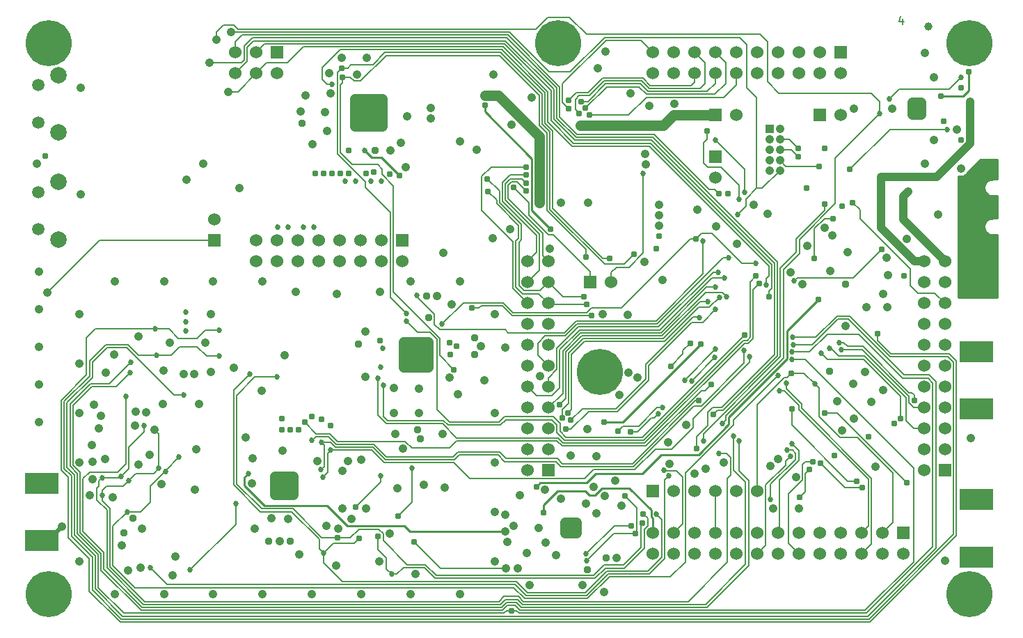
<source format=gbr>
G04 #@! TF.FileFunction,Copper,L4,Bot,Signal*
%FSLAX46Y46*%
G04 Gerber Fmt 4.6, Leading zero omitted, Abs format (unit mm)*
G04 Created by KiCad (PCBNEW (2015-03-02 BZR 5466)-product) date 2015 April 22, Wednesday 22:19:37*
%MOMM*%
G01*
G04 APERTURE LIST*
%ADD10C,0.150000*%
%ADD11C,0.177800*%
%ADD12R,1.524000X1.524000*%
%ADD13C,1.524000*%
%ADD14C,1.500000*%
%ADD15C,2.000000*%
%ADD16C,0.635000*%
%ADD17R,1.066800X1.066800*%
%ADD18C,1.066800*%
%ADD19C,0.600000*%
%ADD20C,0.585000*%
%ADD21C,5.600000*%
%ADD22R,4.190000X2.665000*%
%ADD23C,1.400000*%
%ADD24C,1.000000*%
%ADD25C,0.685800*%
%ADD26C,0.787400*%
%ADD27C,0.939800*%
%ADD28C,0.203200*%
%ADD29C,0.254000*%
%ADD30C,1.270000*%
%ADD31C,1.016000*%
%ADD32C,0.508000*%
%ADD33C,0.304800*%
G04 APERTURE END LIST*
D10*
D11*
X167893524Y-101082286D02*
X167893524Y-101759619D01*
X167651620Y-100695238D02*
X167409715Y-101420952D01*
X168038667Y-101420952D01*
D12*
X173030000Y-155950000D03*
D13*
X170490000Y-155950000D03*
X173030000Y-153410000D03*
X170490000Y-153410000D03*
X173030000Y-150870000D03*
X170490000Y-150870000D03*
X173030000Y-148330000D03*
X170490000Y-148330000D03*
X173030000Y-145790000D03*
X170490000Y-145790000D03*
X173030000Y-143250000D03*
X170490000Y-143250000D03*
X173030000Y-140710000D03*
X170490000Y-140710000D03*
X173030000Y-138170000D03*
X170490000Y-138170000D03*
X173030000Y-135630000D03*
X170490000Y-135630000D03*
X173030000Y-133090000D03*
X170490000Y-133090000D03*
X173030000Y-130550000D03*
X170490000Y-130550000D03*
D14*
X62700000Y-122150000D03*
X62700000Y-126650000D03*
D15*
X65190000Y-127905000D03*
X65190000Y-120895000D03*
D16*
X102895400Y-112461800D03*
X102895400Y-114111800D03*
X101245400Y-114111800D03*
X101245400Y-112461800D03*
X101245400Y-110811800D03*
X102895400Y-110811800D03*
X104545400Y-110811800D03*
X104545400Y-112461800D03*
X104545400Y-114111800D03*
X108648500Y-141897100D03*
X108648500Y-143397100D03*
X107148500Y-143397100D03*
X107148500Y-141897100D03*
X107148500Y-140397100D03*
X108648500Y-140397100D03*
X110148500Y-140397100D03*
X110148500Y-141897100D03*
X110148500Y-143397100D03*
D12*
X137470000Y-158490000D03*
D13*
X140010000Y-158490000D03*
X142550000Y-158490000D03*
X145090000Y-158490000D03*
X147630000Y-158490000D03*
X150170000Y-158490000D03*
D17*
X151662600Y-114466600D03*
D18*
X152932600Y-114466600D03*
X151662600Y-115736600D03*
X152932600Y-115736600D03*
X151662600Y-117006600D03*
X152932600Y-117006600D03*
X151662600Y-118276600D03*
X152932600Y-118276600D03*
X151662600Y-119546600D03*
X152932600Y-119546600D03*
D12*
X160330000Y-105150000D03*
D13*
X160330000Y-107690000D03*
X157790000Y-105150000D03*
X157790000Y-107690000D03*
X155250000Y-105150000D03*
X155250000Y-107690000D03*
X152710000Y-105150000D03*
X152710000Y-107690000D03*
X150170000Y-105150000D03*
X150170000Y-107690000D03*
X147630000Y-105150000D03*
X147630000Y-107690000D03*
X145090000Y-105150000D03*
X145090000Y-107690000D03*
X142550000Y-105150000D03*
X142550000Y-107690000D03*
X140010000Y-105150000D03*
X140010000Y-107690000D03*
X137470000Y-105150000D03*
X137470000Y-107690000D03*
D19*
X92620400Y-157763600D03*
X92620400Y-156663600D03*
X93720400Y-156663600D03*
X93720400Y-157763600D03*
X93720400Y-158863600D03*
X92620400Y-158863600D03*
X91520400Y-158863600D03*
X91520400Y-157763600D03*
X91520400Y-156663600D03*
X127469200Y-162926000D03*
X126809200Y-163586000D03*
X126809200Y-162266000D03*
X128129200Y-162266000D03*
X128129200Y-163586000D03*
D12*
X84130000Y-128010000D03*
D13*
X84130000Y-125470000D03*
D12*
X145090000Y-112770000D03*
D13*
X147630000Y-112770000D03*
D12*
X157790000Y-112770000D03*
D13*
X160330000Y-112770000D03*
D20*
X169530000Y-111951200D03*
X169030000Y-112701200D03*
X170030000Y-112701200D03*
X170030000Y-111201200D03*
X169030000Y-111201200D03*
D14*
X62700000Y-109150000D03*
X62700000Y-113650000D03*
D15*
X65190000Y-114905000D03*
X65190000Y-107895000D03*
D12*
X167950000Y-163570000D03*
D13*
X167950000Y-166110000D03*
X165410000Y-163570000D03*
X165410000Y-166110000D03*
X162870000Y-163570000D03*
X162870000Y-166110000D03*
X160330000Y-163570000D03*
X160330000Y-166110000D03*
X157790000Y-163570000D03*
X157790000Y-166110000D03*
X155250000Y-163570000D03*
X155250000Y-166110000D03*
X152710000Y-163570000D03*
X152710000Y-166110000D03*
X150170000Y-163570000D03*
X150170000Y-166110000D03*
X147630000Y-163570000D03*
X147630000Y-166110000D03*
X145090000Y-163570000D03*
X145090000Y-166110000D03*
X142550000Y-163570000D03*
X142550000Y-166110000D03*
X140010000Y-163570000D03*
X140010000Y-166110000D03*
X137470000Y-163570000D03*
X137470000Y-166110000D03*
D12*
X91750000Y-105150000D03*
D13*
X91750000Y-107690000D03*
X89210000Y-105150000D03*
X89210000Y-107690000D03*
X86670000Y-105150000D03*
X86670000Y-107690000D03*
D12*
X145090000Y-117850000D03*
D13*
X145090000Y-120390000D03*
D12*
X178110000Y-130550000D03*
D13*
X178110000Y-133090000D03*
D12*
X124770000Y-155950000D03*
D13*
X122230000Y-155950000D03*
X124770000Y-153410000D03*
X122230000Y-153410000D03*
X124770000Y-150870000D03*
X122230000Y-150870000D03*
X124770000Y-148330000D03*
X122230000Y-148330000D03*
X124770000Y-145790000D03*
X122230000Y-145790000D03*
X124770000Y-143250000D03*
X122230000Y-143250000D03*
X124770000Y-140710000D03*
X122230000Y-140710000D03*
X124770000Y-138170000D03*
X122230000Y-138170000D03*
X124770000Y-135630000D03*
X122230000Y-135630000D03*
X124770000Y-133090000D03*
X122230000Y-133090000D03*
X124770000Y-130550000D03*
X122230000Y-130550000D03*
D12*
X129850000Y-133090000D03*
D13*
X132390000Y-133090000D03*
D21*
X64000000Y-104000000D03*
D19*
X64000000Y-101800000D03*
X61800000Y-104000000D03*
X64000000Y-106200000D03*
X66200000Y-104000000D03*
X65550000Y-102450000D03*
X62450000Y-102450000D03*
X62450000Y-105550000D03*
X65550000Y-105550000D03*
D21*
X64000000Y-171000000D03*
D19*
X64000000Y-168800000D03*
X61800000Y-171000000D03*
X64000000Y-173200000D03*
X66200000Y-171000000D03*
X65550000Y-169450000D03*
X62450000Y-169450000D03*
X62450000Y-172550000D03*
X65550000Y-172550000D03*
D21*
X176000000Y-171000000D03*
D19*
X176000000Y-168800000D03*
X173800000Y-171000000D03*
X176000000Y-173200000D03*
X178200000Y-171000000D03*
X177550000Y-169450000D03*
X174450000Y-169450000D03*
X174450000Y-172550000D03*
X177550000Y-172550000D03*
D21*
X176000000Y-104000000D03*
D19*
X176000000Y-101800000D03*
X173800000Y-104000000D03*
X176000000Y-106200000D03*
X178200000Y-104000000D03*
X177550000Y-102450000D03*
X174450000Y-102450000D03*
X174450000Y-105550000D03*
X177550000Y-105550000D03*
D21*
X126000000Y-104000000D03*
D19*
X126000000Y-101800000D03*
X123800000Y-104000000D03*
X126000000Y-106200000D03*
X128200000Y-104000000D03*
X127550000Y-102450000D03*
X124450000Y-102450000D03*
X124450000Y-105550000D03*
X127550000Y-105550000D03*
D21*
X131000000Y-144000000D03*
D19*
X131000000Y-141800000D03*
X128800000Y-144000000D03*
X131000000Y-146200000D03*
X133200000Y-144000000D03*
X132550000Y-142450000D03*
X129450000Y-142450000D03*
X129450000Y-145550000D03*
X132550000Y-145550000D03*
D12*
X106990000Y-128010000D03*
D13*
X106990000Y-130550000D03*
X104450000Y-128010000D03*
X104450000Y-130550000D03*
X101910000Y-128010000D03*
X101910000Y-130550000D03*
X99370000Y-128010000D03*
X99370000Y-130550000D03*
X96830000Y-128010000D03*
X96830000Y-130550000D03*
X94290000Y-128010000D03*
X94290000Y-130550000D03*
X91750000Y-128010000D03*
X91750000Y-130550000D03*
X89210000Y-128010000D03*
X89210000Y-130550000D03*
D22*
X63115000Y-157507500D03*
X63115000Y-164492500D03*
D19*
X64520000Y-163500000D03*
X64520000Y-164500000D03*
X64520000Y-165500000D03*
X63520000Y-163500000D03*
X63520000Y-164500000D03*
X63520000Y-165500000D03*
X62520000Y-163500000D03*
X62520000Y-164500000D03*
X62520000Y-165500000D03*
X64520000Y-158500000D03*
X64520000Y-157500000D03*
X64520000Y-156500000D03*
X63520000Y-158500000D03*
X63520000Y-157500000D03*
X63520000Y-156500000D03*
X62520000Y-158500000D03*
X62520000Y-157500000D03*
X62520000Y-156500000D03*
D22*
X176885000Y-166492500D03*
X176885000Y-159507500D03*
D19*
X175480000Y-160500000D03*
X175480000Y-159500000D03*
X175480000Y-158500000D03*
X176480000Y-160500000D03*
X176480000Y-159500000D03*
X176480000Y-158500000D03*
X177480000Y-160500000D03*
X177480000Y-159500000D03*
X177480000Y-158500000D03*
X175480000Y-165500000D03*
X175480000Y-166500000D03*
X175480000Y-167500000D03*
X176480000Y-165500000D03*
X176480000Y-166500000D03*
X176480000Y-167500000D03*
X177480000Y-165500000D03*
X177480000Y-166500000D03*
X177480000Y-167500000D03*
D22*
X176885000Y-148492500D03*
X176885000Y-141507500D03*
D19*
X175480000Y-142500000D03*
X175480000Y-141500000D03*
X175480000Y-140500000D03*
X176480000Y-142500000D03*
X176480000Y-141500000D03*
X176480000Y-140500000D03*
X177480000Y-142500000D03*
X177480000Y-141500000D03*
X177480000Y-140500000D03*
X175480000Y-147500000D03*
X175480000Y-148500000D03*
X175480000Y-149500000D03*
X176480000Y-147500000D03*
X176480000Y-148500000D03*
X176480000Y-149500000D03*
X177480000Y-147500000D03*
X177480000Y-148500000D03*
X177480000Y-149500000D03*
D14*
X178800000Y-128125000D03*
X178800000Y-119875000D03*
D23*
X175770000Y-126490000D03*
X175770000Y-121510000D03*
D24*
X171000000Y-102000000D03*
D25*
X73944200Y-142827200D03*
X154411800Y-141573600D03*
D18*
X119588400Y-167913400D03*
D26*
X120294400Y-173024800D03*
X108432600Y-164668200D03*
D25*
X147960200Y-152394000D03*
X73341200Y-146925600D03*
X76327700Y-167803800D03*
X139413100Y-156635800D03*
D26*
X145496400Y-122345800D03*
D18*
X123703200Y-123412600D03*
X123698000Y-115341400D03*
X128707000Y-114040000D03*
X117094000Y-110363000D03*
D25*
X86746200Y-160039400D03*
X81209000Y-168040400D03*
X88265000Y-156362400D03*
D18*
X119512200Y-163417600D03*
D26*
X127259200Y-110992000D03*
X128529200Y-112592200D03*
X128757800Y-111119000D03*
X129265800Y-111931800D03*
X129748400Y-112770000D03*
X122026800Y-121990200D03*
X122026800Y-119069200D03*
X122077600Y-120059800D03*
X122052200Y-121025000D03*
X129469000Y-135782400D03*
X117429400Y-122041000D03*
X129113400Y-134893400D03*
X117327800Y-120517000D03*
D25*
X136301600Y-119907400D03*
D26*
X120553600Y-121583800D03*
X139674600Y-143281400D03*
X142036800Y-140512800D03*
D25*
X145902800Y-150285800D03*
D18*
X84409400Y-103575200D03*
D25*
X165085000Y-112586200D03*
D26*
X127208400Y-111982600D03*
X169291000Y-147472400D03*
D25*
X160131864Y-140431638D03*
X160401272Y-141311703D03*
X157967800Y-141700600D03*
D26*
X167614600Y-149631400D03*
D25*
X159018313Y-141114138D03*
D26*
X157586800Y-135198200D03*
X123296800Y-157956600D03*
D25*
X152862400Y-146247200D03*
X142194400Y-145078800D03*
X145013800Y-142259400D03*
X141330800Y-145002600D03*
X145090000Y-141243400D03*
X153700600Y-145358200D03*
D26*
X156926400Y-154959400D03*
D25*
X154366540Y-152734589D03*
X151821000Y-159531400D03*
X153776800Y-153511600D03*
X154208600Y-154248200D03*
D26*
X151617800Y-134868000D03*
D18*
X85857200Y-109925200D03*
D25*
X151313000Y-133445600D03*
D26*
X142778600Y-153308400D03*
X144836000Y-149142800D03*
D18*
X83545800Y-106420000D03*
D25*
X138816200Y-155937300D03*
D26*
X175895120Y-107532520D03*
X172552600Y-110503400D03*
D18*
X86136600Y-102686200D03*
D25*
X157180400Y-145434400D03*
D26*
X154335600Y-144139000D03*
D25*
X147792993Y-124823953D03*
X143134200Y-137357200D03*
D26*
X127513200Y-149854000D03*
D25*
X146664800Y-130118200D03*
X145420200Y-131870800D03*
X145115400Y-133699600D03*
X145598000Y-134918800D03*
D26*
X127157600Y-148965000D03*
X126471800Y-149625400D03*
D25*
X144182930Y-135474537D03*
X145090000Y-136417400D03*
D26*
X126852800Y-150971600D03*
D25*
X146207600Y-132531200D03*
D26*
X126090800Y-147974400D03*
D25*
X146461600Y-134817200D03*
X145090000Y-115767200D03*
X148646000Y-122193400D03*
D26*
X144074000Y-114675000D03*
D25*
X147960200Y-123006200D03*
D26*
X162306000Y-157251400D03*
X154432000Y-148488400D03*
X162991800Y-158013400D03*
X157917000Y-155061000D03*
X155371800Y-159258000D03*
X156545400Y-155848400D03*
X155142400Y-116778000D03*
X157688400Y-119018400D03*
X155148400Y-117824600D03*
X158389695Y-148962882D03*
X168351200Y-157429200D03*
D18*
X167925000Y-124875000D03*
X168585000Y-122041000D03*
D26*
X161800000Y-123400000D03*
D18*
X176083080Y-111121540D03*
X165283000Y-120313800D03*
D26*
X158348800Y-123615800D03*
D25*
X143626154Y-152339458D03*
X145496400Y-153918000D03*
D18*
X76835000Y-151003000D03*
D25*
X70471000Y-159016000D03*
X73750000Y-157200000D03*
X77379800Y-155714000D03*
D26*
X124211200Y-161080800D03*
D25*
X98463100Y-108994700D03*
D26*
X132212200Y-130219800D03*
X115468400Y-136245600D03*
X130053200Y-137128600D03*
D25*
X102450900Y-117097300D03*
D26*
X106659800Y-120110600D03*
X125049400Y-126613000D03*
X117094000Y-111582200D03*
D18*
X134520174Y-144095583D03*
X151744305Y-155464587D03*
X147739111Y-128398095D03*
X155695618Y-133337236D03*
D27*
X158982392Y-143880057D03*
D18*
X160922127Y-138420061D03*
X154258777Y-131900395D03*
X175000000Y-119300000D03*
X168407200Y-127806800D03*
D26*
X160533200Y-123869800D03*
D18*
X172150000Y-124875000D03*
X75311000Y-163068000D03*
X73614400Y-168142000D03*
X65588000Y-162808000D03*
X176205000Y-152013000D03*
X128955800Y-169900600D03*
X122529600Y-169900600D03*
X124947800Y-128975200D03*
D26*
X138232000Y-127502000D03*
D18*
X112000000Y-129500000D03*
D26*
X159593400Y-154146600D03*
X163759000Y-151911400D03*
D18*
X129621400Y-123463400D03*
X112166400Y-158064200D03*
D26*
X97167000Y-149762600D03*
D18*
X92679800Y-141983000D03*
X69448800Y-147999800D03*
X81901000Y-153428000D03*
X89064400Y-163046800D03*
X104163000Y-167052200D03*
X106133900Y-151549100D03*
X111925100Y-151549100D03*
X118250000Y-167000000D03*
X80777200Y-120644000D03*
X134752200Y-110141100D03*
X96080700Y-116300600D03*
X94620200Y-112350900D03*
X102646600Y-105835800D03*
X173030000Y-166922800D03*
X133050400Y-166643400D03*
X130637400Y-154273600D03*
X127462400Y-154172000D03*
X129494400Y-150971600D03*
X67874000Y-122396600D03*
X69000000Y-159000000D03*
X67750000Y-143000000D03*
X67750000Y-149000000D03*
X67750000Y-155000000D03*
X67750000Y-167000000D03*
X99187000Y-163068000D03*
X119500000Y-141000000D03*
X114000000Y-171000000D03*
X108000000Y-171000000D03*
X102000000Y-171000000D03*
X72000000Y-171000000D03*
X78000000Y-171000000D03*
X96000000Y-171000000D03*
X90000000Y-171000000D03*
X84000000Y-171000000D03*
X117000000Y-145000000D03*
X118250000Y-137000000D03*
X94000000Y-134250000D03*
X114000000Y-133000000D03*
X104250000Y-134250000D03*
X118250000Y-161000000D03*
X118250000Y-149000000D03*
X118250000Y-155000000D03*
X119557800Y-161315400D03*
X108000000Y-133000000D03*
X99000000Y-134500000D03*
X67750000Y-137000000D03*
X72000000Y-133000000D03*
X78000000Y-133000000D03*
X84000000Y-133000000D03*
X90000000Y-133000000D03*
X62794000Y-136392000D03*
X62794000Y-131820000D03*
X62794000Y-150082600D03*
X62794000Y-145510600D03*
X62794000Y-140938600D03*
X62540000Y-118713600D03*
X87152600Y-121660000D03*
X139527400Y-155188000D03*
X143947000Y-155746800D03*
X138206600Y-126257400D03*
X124338200Y-158312200D03*
X121264800Y-158998000D03*
X120528200Y-162706400D03*
X133431400Y-146780600D03*
X131399400Y-137001600D03*
X131577200Y-170783600D03*
X140137000Y-111423800D03*
X130281800Y-157931200D03*
X164566600Y-155549600D03*
X131628000Y-159074200D03*
X138206600Y-124987400D03*
X117962800Y-127705200D03*
X139349600Y-152546400D03*
X158389695Y-126512241D03*
X165933110Y-130104344D03*
X125691200Y-166228000D03*
D25*
X96220400Y-126384400D03*
D26*
X105491400Y-119958200D03*
D18*
X102590600Y-160629600D03*
X100431600Y-154838400D03*
X102006400Y-154686000D03*
X107061000Y-153339800D03*
X74879200Y-139700000D03*
X88696800Y-157530800D03*
X82270600Y-147878800D03*
X77851000Y-147904200D03*
X75869800Y-148894800D03*
D25*
X94945200Y-126381000D03*
D18*
X106360400Y-158164000D03*
X71912200Y-141862000D03*
X70947000Y-144071800D03*
X77982800Y-143868600D03*
X79070200Y-168706800D03*
X106845100Y-116106700D03*
X83697800Y-143995600D03*
D25*
X80649800Y-137874200D03*
D18*
X161910000Y-111951200D03*
D27*
X101638100Y-140652500D03*
D18*
X154887395Y-156775704D03*
X70090000Y-150888000D03*
D27*
X93382400Y-164570800D03*
D26*
X92341000Y-149661000D03*
D25*
X101346000Y-120767600D03*
D18*
X98970400Y-167542600D03*
X76287600Y-154113800D03*
D27*
X90715400Y-164570800D03*
D18*
X107416600Y-119091200D03*
X94449200Y-166145600D03*
X81774000Y-158330200D03*
D26*
X92341000Y-151007200D03*
D18*
X159287720Y-127410267D03*
X170546000Y-105220200D03*
X122135200Y-165999400D03*
X161191535Y-129457765D03*
X166022912Y-136121115D03*
X142853852Y-124267177D03*
X78744800Y-140414200D03*
X122758200Y-110642400D03*
D27*
X160904166Y-133337236D03*
D26*
X102616000Y-119827800D03*
D18*
X83697800Y-136985200D03*
D26*
X98310000Y-150524600D03*
X94373000Y-151007200D03*
D18*
X160544956Y-151118143D03*
X149768649Y-123638559D03*
X102527100Y-144564100D03*
D25*
X80649800Y-136731200D03*
D18*
X108633400Y-168576200D03*
X112966500Y-135775700D03*
D25*
X104470200Y-120767600D03*
D18*
X110502700Y-113160300D03*
X99631500Y-105819700D03*
X80395800Y-144224200D03*
X120294400Y-113919000D03*
X170546000Y-118682200D03*
X98132900Y-107699300D03*
X113728500Y-146723100D03*
X166112715Y-132259605D03*
D27*
X94830900Y-113795300D03*
D18*
X116522500Y-140881100D03*
X109029500Y-149009100D03*
X109628500Y-157672300D03*
X165484097Y-134504669D03*
X165484097Y-146179002D03*
X166609000Y-111951200D03*
X88810400Y-154461600D03*
X95211900Y-110366300D03*
X131699000Y-105054400D03*
X71766400Y-159270000D03*
D27*
X74255600Y-161810000D03*
X115760500Y-139865100D03*
D25*
X93091000Y-126381000D03*
D18*
X105483800Y-163648600D03*
D26*
X100482400Y-119827800D03*
D18*
X97725800Y-162716600D03*
X87921400Y-151921600D03*
X164047256Y-147615843D03*
X74484200Y-150481600D03*
X111188500Y-134759700D03*
X171689000Y-108141200D03*
X152095200Y-160578800D03*
D26*
X93357000Y-151007200D03*
D18*
X136477870Y-130643159D03*
D26*
X174991000Y-115761200D03*
D25*
X91821000Y-126381000D03*
D18*
X102527100Y-139103100D03*
D26*
X103530400Y-119726200D03*
X97434400Y-119827800D03*
D27*
X73087200Y-163537200D03*
D18*
X92112400Y-164570800D03*
D26*
X172832000Y-113475200D03*
D18*
X100850000Y-161827600D03*
D27*
X108851700Y-150990300D03*
D18*
X110502700Y-111941100D03*
X69302600Y-157034800D03*
D26*
X98450400Y-119827800D03*
D18*
X161981797Y-149681302D03*
D26*
X99466400Y-119827800D03*
D25*
X80649800Y-139017200D03*
D18*
X105981500Y-149009100D03*
D25*
X100076000Y-120767600D03*
D18*
X86482200Y-143481600D03*
D26*
X96024000Y-149381600D03*
D27*
X115785900Y-141846300D03*
D18*
X114046000Y-116001800D03*
D27*
X109207300Y-152107900D03*
D26*
X96418400Y-119827800D03*
D18*
X121080200Y-167877800D03*
X69201000Y-152920000D03*
D25*
X103200200Y-120767600D03*
D18*
X74916000Y-155282200D03*
X118110000Y-107873800D03*
X81665800Y-144224200D03*
X69302600Y-154926600D03*
X70852000Y-154621800D03*
D27*
X109918500Y-134759700D03*
D18*
X77735400Y-157669800D03*
X171689000Y-115761200D03*
X96659000Y-154842600D03*
X83062800Y-140414200D03*
X136652000Y-118795800D03*
X126263400Y-123393200D03*
D26*
X174991000Y-109411200D03*
D18*
X89885800Y-146275600D03*
X174483000Y-114491200D03*
D26*
X164846000Y-139319000D03*
D25*
X76966800Y-138737800D03*
X84713800Y-138890200D03*
X154462600Y-139795600D03*
X77093800Y-141938200D03*
X84713800Y-142065200D03*
X148595200Y-141395800D03*
X97129600Y-155854400D03*
X97167000Y-152556600D03*
X149204800Y-142132400D03*
X97370200Y-156747600D03*
X98298000Y-153517600D03*
D26*
X143083400Y-147491800D03*
D25*
X96024000Y-152302600D03*
D26*
X95128200Y-150108000D03*
X144556600Y-145510600D03*
X136301600Y-161258600D03*
X104018200Y-163976400D03*
D25*
X108204000Y-155651200D03*
D26*
X106482000Y-161512600D03*
D25*
X105681920Y-168571120D03*
X175016400Y-108141200D03*
X166228000Y-110808200D03*
X173289200Y-114491200D03*
D26*
X161473000Y-119348600D03*
X157155000Y-130194400D03*
X159441000Y-125393800D03*
X165308400Y-129076800D03*
D25*
X154701360Y-132896960D03*
D26*
X148646000Y-139490800D03*
D25*
X107518200Y-137845800D03*
X88488800Y-144243600D03*
D26*
X101732200Y-164205000D03*
D25*
X137901800Y-161309400D03*
X97390520Y-166023680D03*
D26*
X150017600Y-132353400D03*
D25*
X104749600Y-145618200D03*
X75576400Y-150481600D03*
X147325200Y-151809800D03*
X70471000Y-156857000D03*
X72757000Y-156730000D03*
X73893400Y-144097200D03*
X154437200Y-142513400D03*
X129392800Y-166973600D03*
D26*
X133202800Y-151225600D03*
D25*
X138638400Y-148355400D03*
D26*
X135361800Y-163646200D03*
X134091800Y-159074200D03*
D25*
X129374200Y-166101000D03*
D26*
X134828400Y-162681000D03*
D25*
X138181200Y-149066600D03*
D26*
X134803000Y-151251000D03*
X131551800Y-150082600D03*
X143281400Y-140639800D03*
D25*
X108762800Y-134721600D03*
X143608193Y-128038885D03*
D26*
X135186540Y-129714340D03*
D25*
X107518200Y-136855200D03*
D26*
X99598600Y-107055000D03*
X113289200Y-143732600D03*
X129316600Y-129991200D03*
X99740840Y-108147200D03*
D25*
X91765400Y-144624600D03*
D26*
X99110800Y-164160200D03*
X136200000Y-162376200D03*
X101325800Y-160420400D03*
D25*
X104394000Y-156591000D03*
D26*
X150424000Y-133267800D03*
D25*
X104038400Y-144729200D03*
X152735400Y-144418400D03*
X73533000Y-160985200D03*
X79843600Y-154342400D03*
X78192600Y-156095000D03*
X80416400Y-146761200D03*
X154538800Y-140735400D03*
D18*
X72903200Y-165119400D03*
X119740800Y-164662200D03*
X63810000Y-134360000D03*
D26*
X104279700Y-140195300D03*
D27*
X110197900Y-137426700D03*
D18*
X105562400Y-117059200D03*
X101460300Y-107826300D03*
X98252400Y-110153800D03*
X97604700Y-112414400D03*
X99720400Y-160553400D03*
X92468000Y-153572600D03*
X93103000Y-161827600D03*
D25*
X104406700Y-143421100D03*
D18*
X99707000Y-155985600D03*
X75184700Y-167803800D03*
D25*
X104584500Y-141109700D03*
D27*
X103657400Y-117033800D03*
D18*
X109029500Y-146011900D03*
X105981500Y-145986500D03*
X74535000Y-148856000D03*
D26*
X112864900Y-141846300D03*
D18*
X97828100Y-114735100D03*
X112712500Y-144691100D03*
D26*
X100482400Y-117033800D03*
D18*
X79375700Y-166406800D03*
X70369400Y-149364000D03*
D26*
X112712500Y-140474700D03*
X146588600Y-122320400D03*
X168000800Y-132353400D03*
X156189800Y-121609200D03*
X166832400Y-150235000D03*
X63581400Y-117773800D03*
D18*
X120142000Y-126669800D03*
X82809200Y-118662800D03*
X135615800Y-144697800D03*
X163492300Y-136112600D03*
X159872800Y-147593400D03*
X123754000Y-144520000D03*
X67874000Y-109442600D03*
D26*
X137927200Y-128975200D03*
D18*
X142524600Y-156381800D03*
X126326200Y-159370000D03*
X123576200Y-162935000D03*
D26*
X113601500Y-140906500D03*
D18*
X134412411Y-137019141D03*
X116078000Y-117017800D03*
X107599600Y-112922400D03*
D27*
X129501200Y-168006000D03*
D18*
X91096400Y-161776800D03*
X137033000Y-111683800D03*
X155219400Y-160553400D03*
X130637400Y-161207800D03*
X133634600Y-160293400D03*
X132898000Y-157169200D03*
X138206600Y-123692000D03*
X129311400Y-160020000D03*
X124409200Y-164719000D03*
D26*
X158348800Y-116808600D03*
D18*
X146086744Y-154979653D03*
X163328836Y-144023741D03*
X130810000Y-107111800D03*
X145206679Y-126332636D03*
X151474898Y-124805993D03*
X138633131Y-132798420D03*
X136525000Y-117525800D03*
X141506813Y-150399722D03*
X152732133Y-154620443D03*
X161891995Y-145460582D03*
X159061418Y-131688461D03*
X156234433Y-128667503D03*
D27*
X131787200Y-166609000D03*
D25*
X111823500Y-138188700D03*
X150038057Y-130768883D03*
D26*
X142702400Y-127857600D03*
D28*
X69052618Y-145408996D02*
X66578598Y-147883016D01*
X73944200Y-142827200D02*
X71362404Y-145408996D01*
X73120594Y-173323594D02*
X119354600Y-173323594D01*
X70002390Y-170205390D02*
X73120594Y-173323594D01*
X70002390Y-166207386D02*
X70002390Y-170205390D01*
X67462396Y-163667392D02*
X70002390Y-166207386D01*
X71362404Y-145408996D02*
X69052618Y-145408996D01*
X119653394Y-173024800D02*
X120294400Y-173024800D01*
X119653394Y-173024800D02*
X119354600Y-173323594D01*
X67462396Y-156346094D02*
X67462396Y-163667392D01*
X66578598Y-155462296D02*
X67462396Y-156346094D01*
X66578598Y-147883016D02*
X66578598Y-155462296D01*
X162554996Y-139389200D02*
X167894996Y-144729200D01*
X167894996Y-144729200D02*
X170967400Y-144729200D01*
X170967400Y-144729200D02*
X171551600Y-145313400D01*
X171551600Y-145313400D02*
X171551600Y-165246498D01*
X171551600Y-165246498D02*
X163474504Y-173323594D01*
X163474504Y-173323594D02*
X121177394Y-173323594D01*
X156550502Y-141573600D02*
X158734902Y-139389200D01*
X158734902Y-139389200D02*
X162554996Y-139389200D01*
X154411800Y-141573600D02*
X156550502Y-141573600D01*
X120294400Y-173024800D02*
X120878600Y-173024800D01*
X121177394Y-173323594D02*
X120878600Y-173024800D01*
X119588400Y-167913400D02*
X111677800Y-167913400D01*
X111677800Y-167913400D02*
X108432600Y-164668200D01*
X73341200Y-146925600D02*
X73341200Y-155181800D01*
X75366880Y-172612390D02*
X119060008Y-172612390D01*
X70713594Y-167959104D02*
X75366880Y-172612390D01*
X70713594Y-165912794D02*
X70713594Y-167959104D01*
X68173600Y-163372800D02*
X70713594Y-165912794D01*
X144043508Y-172612390D02*
X121471986Y-172612390D01*
X149128600Y-167527298D02*
X144043508Y-172612390D01*
X147960200Y-152394000D02*
X147960200Y-156051600D01*
X147960200Y-156051600D02*
X149128600Y-157220000D01*
X149128600Y-157220000D02*
X149128600Y-167527298D01*
X119663600Y-172008798D02*
X119060008Y-172612390D01*
X120868394Y-172008798D02*
X119663600Y-172008798D01*
X121471986Y-172612390D02*
X120868394Y-172008798D01*
X68173600Y-156971200D02*
X68173600Y-163372800D01*
X68991600Y-156153200D02*
X68173600Y-156971200D01*
X72369800Y-156153200D02*
X68991600Y-156153200D01*
X73341200Y-155181800D02*
X72369800Y-156153200D01*
X122061170Y-171189982D02*
X120720986Y-169849798D01*
X120720986Y-169849798D02*
X78373698Y-169849798D01*
X78373698Y-169849798D02*
X76327700Y-167803800D01*
X132039496Y-168548406D02*
X129397920Y-171189982D01*
X129397920Y-171189982D02*
X122061170Y-171189982D01*
X137033092Y-168548406D02*
X132039496Y-168548406D01*
X138892402Y-166689096D02*
X137033092Y-168548406D01*
X138892402Y-157156498D02*
X138892402Y-166689096D01*
X139413100Y-156635800D02*
X138892402Y-157156498D01*
X119846280Y-103041794D02*
X126136534Y-109332048D01*
X126136534Y-109332048D02*
X126136534Y-112998600D01*
X128270126Y-115132192D02*
X137627384Y-115132192D01*
X126136534Y-112998600D02*
X128270126Y-115132192D01*
X86670000Y-103854600D02*
X86670000Y-105150000D01*
X87482806Y-103041794D02*
X86670000Y-103854600D01*
X87482806Y-103041794D02*
X119846280Y-103041794D01*
X144332992Y-121837800D02*
X137627384Y-115132192D01*
X144988400Y-121837800D02*
X144332992Y-121837800D01*
X145496400Y-122345800D02*
X144988400Y-121837800D01*
D29*
X123703200Y-123412600D02*
X123698000Y-123412600D01*
D30*
X145090000Y-112770000D02*
X140010000Y-112770000D01*
X138740000Y-114040000D02*
X128707000Y-114040000D01*
X140010000Y-112770000D02*
X138740000Y-114040000D01*
X118719600Y-110363000D02*
X117094000Y-110363000D01*
X123698000Y-115341400D02*
X118719600Y-110363000D01*
X123698000Y-123412600D02*
X123698000Y-115341400D01*
D28*
X86746200Y-162503200D02*
X86746200Y-160039400D01*
X81209000Y-168040400D02*
X86746200Y-162503200D01*
D29*
X87813000Y-156814400D02*
X87813000Y-157804200D01*
X87813000Y-156814400D02*
X88265000Y-156362400D01*
X97845996Y-160242596D02*
X100335200Y-162731800D01*
X87813000Y-157804200D02*
X90251396Y-160242596D01*
X90251396Y-160242596D02*
X97845996Y-160242596D01*
X107218600Y-162731800D02*
X100335200Y-162731800D01*
X107904400Y-163417600D02*
X107218600Y-162731800D01*
X119512200Y-163417600D02*
X107904400Y-163417600D01*
D28*
X137175286Y-109188592D02*
X136260888Y-108274194D01*
X142550000Y-107690000D02*
X142550000Y-108807600D01*
X142169008Y-109188592D02*
X137175286Y-109188592D01*
X142550000Y-108807600D02*
X142169008Y-109188592D01*
X128199002Y-110052198D02*
X127259200Y-110992000D01*
X129636708Y-110052198D02*
X128199002Y-110052198D01*
X131414712Y-108274194D02*
X129636708Y-110052198D01*
X136260888Y-108274194D02*
X131414712Y-108274194D01*
X137027990Y-109544194D02*
X136113592Y-108629796D01*
X142550000Y-105150000D02*
X143845400Y-106445400D01*
X143235800Y-109544194D02*
X137027990Y-109544194D01*
X143845400Y-108934594D02*
X143235800Y-109544194D01*
X143845400Y-106445400D02*
X143845400Y-108934594D01*
X128046600Y-112109600D02*
X128529200Y-112592200D01*
X128046600Y-110890400D02*
X128046600Y-112109600D01*
X128529200Y-110407800D02*
X128046600Y-110890400D01*
X129784004Y-110407800D02*
X128529200Y-110407800D01*
X131562008Y-108629796D02*
X129784004Y-110407800D01*
X136113592Y-108629796D02*
X131562008Y-108629796D01*
X136880694Y-109899796D02*
X135966296Y-108985398D01*
X145090000Y-108909200D02*
X144099404Y-109899796D01*
X144099404Y-109899796D02*
X136880694Y-109899796D01*
X145090000Y-108909200D02*
X145090000Y-107690000D01*
X129575702Y-111119000D02*
X128757800Y-111119000D01*
X131709304Y-108985398D02*
X129575702Y-111119000D01*
X135966296Y-108985398D02*
X131709304Y-108985398D01*
X136733398Y-110255398D02*
X135819000Y-109341000D01*
X146360000Y-106420000D02*
X146360000Y-108934600D01*
X146360000Y-108934600D02*
X145039202Y-110255398D01*
X145039202Y-110255398D02*
X136733398Y-110255398D01*
X146360000Y-106420000D02*
X145090000Y-105150000D01*
X131856600Y-109341000D02*
X129265800Y-111931800D01*
X135819000Y-109341000D02*
X131856600Y-109341000D01*
X147630000Y-109087000D02*
X146106000Y-110611000D01*
X146106000Y-110611000D02*
X136682600Y-110611000D01*
X136682600Y-110611000D02*
X134523600Y-112770000D01*
X134523600Y-112770000D02*
X129748400Y-112770000D01*
X147630000Y-109087000D02*
X147630000Y-107690000D01*
X120960000Y-120923400D02*
X122026800Y-121990200D01*
X124770000Y-130550000D02*
X124058800Y-129838800D01*
X120274200Y-120923400D02*
X120960000Y-120923400D01*
X124058800Y-129838800D02*
X124058800Y-127115898D01*
X124058800Y-127115898D02*
X119893200Y-122950298D01*
X119893200Y-122950298D02*
X119893200Y-121304400D01*
X119893200Y-121304400D02*
X120274200Y-120923400D01*
X122230000Y-135630000D02*
X120477396Y-133877396D01*
X116667400Y-124327000D02*
X116667400Y-120237600D01*
X120477396Y-128136996D02*
X116667400Y-124327000D01*
X120477396Y-133877396D02*
X120477396Y-128136996D01*
X117835800Y-119069200D02*
X122026800Y-119069200D01*
X116667400Y-120237600D02*
X117835800Y-119069200D01*
X123347596Y-127410490D02*
X123347596Y-129432404D01*
X120132004Y-120059800D02*
X122077600Y-120059800D01*
X119181996Y-123244890D02*
X119181996Y-121009808D01*
X123347596Y-127410490D02*
X119181996Y-123244890D01*
X119181996Y-121009808D02*
X120132004Y-120059800D01*
X123347596Y-129432404D02*
X122230000Y-130550000D01*
X122230000Y-133090000D02*
X123703198Y-131616802D01*
X120126904Y-120567798D02*
X121594998Y-120567798D01*
X121594998Y-120567798D02*
X122052200Y-121025000D01*
X123703198Y-127263194D02*
X119537598Y-123097594D01*
X119537598Y-123097594D02*
X119537598Y-121157104D01*
X119537598Y-121157104D02*
X120126904Y-120567798D01*
X123703198Y-131616802D02*
X123703198Y-127263194D01*
X124922400Y-135782400D02*
X124770000Y-135630000D01*
X129469000Y-135782400D02*
X124922400Y-135782400D01*
X120832998Y-128060802D02*
X121112400Y-127781400D01*
X123627002Y-134487002D02*
X124770000Y-135630000D01*
X121650904Y-134487002D02*
X123627002Y-134487002D01*
X120832998Y-133669096D02*
X121650904Y-134487002D01*
X120832998Y-133669096D02*
X120832998Y-128060802D01*
X121112400Y-127781400D02*
X121112400Y-126181090D01*
X118470792Y-123082392D02*
X117429400Y-122041000D01*
X118470792Y-123539482D02*
X118470792Y-123082392D01*
X121112400Y-126181090D02*
X118470792Y-123539482D01*
X126573400Y-134893400D02*
X124770000Y-133090000D01*
X129113400Y-134893400D02*
X126573400Y-134893400D01*
X121188600Y-133521800D02*
X121188600Y-128208098D01*
X121798200Y-134131400D02*
X123728600Y-134131400D01*
X121798200Y-134131400D02*
X121188600Y-133521800D01*
X123728600Y-134131400D02*
X124770000Y-133090000D01*
X118826394Y-122015594D02*
X117327800Y-120517000D01*
X118826394Y-123392186D02*
X118826394Y-122015594D01*
X121468002Y-126033794D02*
X118826394Y-123392186D01*
X121468002Y-127928696D02*
X121468002Y-126033794D01*
X121188600Y-128208098D02*
X121468002Y-127928696D01*
X136301600Y-119907400D02*
X136301600Y-129534000D01*
X132390000Y-131921600D02*
X132390000Y-133090000D01*
X133050398Y-131261202D02*
X132390000Y-131921600D01*
X134574398Y-131261202D02*
X133050398Y-131261202D01*
X136301600Y-129534000D02*
X134574398Y-131261202D01*
X125354200Y-127349600D02*
X129850000Y-131845400D01*
X122402596Y-124956796D02*
X122402596Y-123432796D01*
X124795400Y-127349600D02*
X122402596Y-124956796D01*
X125354200Y-127349600D02*
X124795400Y-127349600D01*
X122402596Y-123432796D02*
X120553600Y-121583800D01*
X129850000Y-131845400D02*
X129850000Y-133090000D01*
X139674600Y-143281400D02*
X141147800Y-141808200D01*
X141147800Y-141401800D02*
X142036800Y-140512800D01*
X141147800Y-141808200D02*
X141147800Y-141401800D01*
X155349060Y-129592420D02*
X155349060Y-127890642D01*
X165085000Y-112586200D02*
X159695000Y-117976200D01*
X145902800Y-150285800D02*
X146360000Y-149828600D01*
X155349060Y-129592420D02*
X153405960Y-131535520D01*
X153405960Y-142269538D02*
X153405960Y-131535520D01*
X146360000Y-149315498D02*
X153405960Y-142269538D01*
X146360000Y-149828600D02*
X146360000Y-149315498D01*
X159695000Y-123544702D02*
X159695000Y-117976200D01*
X155349060Y-127890642D02*
X159695000Y-123544702D01*
X84409400Y-103575200D02*
X84409400Y-102686200D01*
X129404442Y-102963042D02*
X127330200Y-100888800D01*
X127330200Y-100888800D02*
X124714000Y-100888800D01*
X124714000Y-100888800D02*
X123272210Y-102330590D01*
X150472242Y-102963042D02*
X151414600Y-103905400D01*
X152837000Y-110153800D02*
X164089200Y-110153800D01*
X164089200Y-110153800D02*
X165085000Y-111149600D01*
X165085000Y-112586200D02*
X165085000Y-111149600D01*
X152837000Y-110153800D02*
X151414600Y-108731400D01*
X151414600Y-108731400D02*
X151414600Y-103905400D01*
X150472242Y-102963042D02*
X129404442Y-102963042D01*
X87025600Y-102330590D02*
X123272210Y-102330590D01*
X86543010Y-101848000D02*
X87025600Y-102330590D01*
X85247600Y-101848000D02*
X86543010Y-101848000D01*
X84409400Y-102686200D02*
X85247600Y-101848000D01*
X135994246Y-103674246D02*
X137470000Y-105150000D01*
X131758354Y-103674246D02*
X135994246Y-103674246D01*
X126492136Y-108940464D02*
X131758354Y-103674246D01*
X126492136Y-111266336D02*
X126492136Y-108940464D01*
X127208400Y-111982600D02*
X126492136Y-111266336D01*
X169291000Y-147472400D02*
X169291000Y-146812000D01*
X160131864Y-140431638D02*
X160706601Y-140431638D01*
X160706601Y-140431638D02*
X161173574Y-140898612D01*
X161173574Y-140898612D02*
X163058612Y-140898612D01*
X168667200Y-146507200D02*
X163058612Y-140898612D01*
X168986200Y-146507200D02*
X168667200Y-146507200D01*
X169291000Y-146812000D02*
X168986200Y-146507200D01*
X162968805Y-141311703D02*
X160401272Y-141311703D01*
X168635800Y-146978698D02*
X162968805Y-141311703D01*
X168635800Y-147745800D02*
X168635800Y-146978698D01*
X169220000Y-148330000D02*
X168635800Y-147745800D01*
X170490000Y-148330000D02*
X169220000Y-148330000D01*
X163112482Y-142461176D02*
X167614600Y-146963294D01*
X158728376Y-142461176D02*
X157967800Y-141700600D01*
X163112482Y-142461176D02*
X158728376Y-142461176D01*
X167614600Y-146963294D02*
X167614600Y-149631400D01*
X159018313Y-141114138D02*
X159126076Y-141114138D01*
X159126076Y-141114138D02*
X160060022Y-142048084D01*
X163202288Y-142048084D02*
X168280198Y-147125994D01*
X160060022Y-142048084D02*
X163202288Y-142048084D01*
X168280198Y-147125994D02*
X168280198Y-149930198D01*
X168280198Y-149930198D02*
X169220000Y-150870000D01*
X170490000Y-150870000D02*
X169220000Y-150870000D01*
D29*
X130535800Y-156331000D02*
X136200000Y-156331000D01*
X153786962Y-138998038D02*
X153786962Y-142427354D01*
X153786962Y-142427354D02*
X146741002Y-149473314D01*
X146741002Y-149473314D02*
X146741002Y-150361998D01*
X123296800Y-157956600D02*
X123779400Y-157474000D01*
X129392800Y-157474000D02*
X130535800Y-156331000D01*
X123779400Y-157474000D02*
X129392800Y-157474000D01*
X157586800Y-135198200D02*
X153786962Y-138998038D01*
X143032600Y-154070400D02*
X146741002Y-150361998D01*
X138460600Y-154070400D02*
X143032600Y-154070400D01*
X136200000Y-156331000D02*
X138460600Y-154070400D01*
D28*
X145013800Y-142259400D02*
X142194400Y-145078800D01*
X153446600Y-146247200D02*
X152862400Y-146247200D01*
X162870000Y-163570000D02*
X163733600Y-162706400D01*
X155224600Y-148558600D02*
X155224600Y-148025200D01*
X163733600Y-157067600D02*
X155224600Y-148558600D01*
X163733600Y-162706400D02*
X163733600Y-157067600D01*
X155224600Y-148025200D02*
X153446600Y-146247200D01*
X141330800Y-145002600D02*
X145090000Y-141243400D01*
X155580202Y-147877904D02*
X153700600Y-145998302D01*
X164089202Y-164890798D02*
X164089202Y-156920304D01*
X164089202Y-156920304D02*
X155580202Y-148411304D01*
X155580202Y-148411304D02*
X155580202Y-147877904D01*
X162870000Y-166110000D02*
X164089202Y-164890798D01*
X153700600Y-145998302D02*
X153700600Y-145358200D01*
X153980000Y-158846400D02*
X153980000Y-164840000D01*
X155250000Y-166110000D02*
X153980000Y-164840000D01*
X155702000Y-155270200D02*
X155702000Y-157124400D01*
X155702000Y-157124400D02*
X153980000Y-158846400D01*
X156012800Y-154959400D02*
X155702000Y-155270200D01*
X156926400Y-154959400D02*
X156012800Y-154959400D01*
X155228645Y-154781600D02*
X152913200Y-157097045D01*
X152913200Y-163366800D02*
X152710000Y-163570000D01*
X152913200Y-157097045D02*
X152913200Y-163366800D01*
X155228645Y-153596694D02*
X154366540Y-152734589D01*
X155228645Y-154781600D02*
X155228645Y-153596694D01*
X151821000Y-157646698D02*
X151821000Y-159531400D01*
X154815553Y-154652145D02*
X151821000Y-157646698D01*
X154815553Y-153864553D02*
X154815553Y-154652145D01*
X154462600Y-153511600D02*
X154815553Y-153864553D01*
X153776800Y-153511600D02*
X154462600Y-153511600D01*
X151211400Y-165068600D02*
X150170000Y-166110000D01*
X151211400Y-157753400D02*
X151211400Y-165068600D01*
X153662500Y-155302300D02*
X151211400Y-157753400D01*
X153662500Y-154794300D02*
X153662500Y-155302300D01*
X154208600Y-154248200D02*
X153662500Y-154794300D01*
X125069728Y-113444298D02*
X127824428Y-116198998D01*
X127824428Y-116198998D02*
X137185496Y-116198998D01*
X137185496Y-116198998D02*
X151932752Y-130946254D01*
X125069728Y-113444298D02*
X125069728Y-109773936D01*
X151617800Y-134868000D02*
X151617800Y-134192352D01*
X151617800Y-134192352D02*
X151932752Y-133877400D01*
X151932752Y-130946254D02*
X151932752Y-133877400D01*
X89210000Y-105150000D02*
X90251400Y-104108600D01*
X119404392Y-104108600D02*
X90251400Y-104108600D01*
X125069728Y-109773936D02*
X119404392Y-104108600D01*
X86974800Y-109925200D02*
X89210000Y-107690000D01*
X85857200Y-109925200D02*
X86974800Y-109925200D01*
X124714126Y-113591594D02*
X124714126Y-109921232D01*
X94950398Y-104464202D02*
X92994600Y-106420000D01*
X151577150Y-132353400D02*
X151577150Y-131093550D01*
X151313000Y-133445600D02*
X151313000Y-132617550D01*
X151313000Y-132617550D02*
X151577150Y-132353400D01*
X127677132Y-116554600D02*
X124714126Y-113591594D01*
X137038200Y-116554600D02*
X127677132Y-116554600D01*
X151577150Y-131093550D02*
X137038200Y-116554600D01*
X90480000Y-106420000D02*
X89210000Y-107690000D01*
X92994600Y-106420000D02*
X90480000Y-106420000D01*
X119257096Y-104464202D02*
X94950398Y-104464202D01*
X124714126Y-109921232D02*
X119257096Y-104464202D01*
X152288354Y-130798958D02*
X137332792Y-115843396D01*
X137332792Y-115843396D02*
X127971724Y-115843396D01*
X127971724Y-115843396D02*
X125425330Y-113297002D01*
X125425330Y-113297002D02*
X125425330Y-109626640D01*
X88143200Y-104515000D02*
X88143200Y-106216800D01*
X88143200Y-106216800D02*
X86670000Y-107690000D01*
X88905202Y-103752998D02*
X88143200Y-104515000D01*
X152288354Y-141878450D02*
X152288354Y-130798958D01*
X142778600Y-153308400D02*
X142778600Y-151891102D01*
X142778600Y-151891102D02*
X144150200Y-150519502D01*
X144150200Y-150519502D02*
X144150200Y-148888800D01*
X144150200Y-148888800D02*
X144757251Y-148281749D01*
X144757251Y-148281749D02*
X145885055Y-148281749D01*
X145885055Y-148281749D02*
X152288354Y-141878450D01*
X119551688Y-103752998D02*
X88905202Y-103752998D01*
X125425330Y-109626640D02*
X119551688Y-103752998D01*
X87437102Y-106420000D02*
X83545800Y-106420000D01*
X128119020Y-115487794D02*
X137480088Y-115487794D01*
X137480088Y-115487794D02*
X152643956Y-130651662D01*
X125780932Y-113149706D02*
X125780932Y-109479344D01*
X88757906Y-103397396D02*
X87787598Y-104367704D01*
X87787598Y-104367704D02*
X87787598Y-106069504D01*
X87787598Y-106069504D02*
X87437102Y-106420000D01*
X152643956Y-142025746D02*
X152643956Y-130651662D01*
X146032351Y-148637351D02*
X152643956Y-142025746D01*
X145341449Y-148637351D02*
X146032351Y-148637351D01*
X144836000Y-149142800D02*
X145341449Y-148637351D01*
X119698984Y-103397396D02*
X88757906Y-103397396D01*
X125780932Y-109479344D02*
X119698984Y-103397396D01*
X125780932Y-113149706D02*
X128119020Y-115487794D01*
X140010000Y-163570000D02*
X141102198Y-162477802D01*
X141102198Y-156775498D02*
X141102198Y-162477802D01*
X140314800Y-155988100D02*
X141102198Y-156775498D01*
X138867000Y-155988100D02*
X140314800Y-155988100D01*
X138816200Y-155937300D02*
X138867000Y-155988100D01*
D29*
X175895120Y-107532520D02*
X175895120Y-109800740D01*
X175895120Y-109800740D02*
X175192460Y-110503400D01*
X175192460Y-110503400D02*
X172552600Y-110503400D01*
D28*
X119993576Y-102686192D02*
X86136608Y-102686192D01*
X148059244Y-103318644D02*
X131611058Y-103318644D01*
X131611058Y-103318644D02*
X127391094Y-107538608D01*
X127391094Y-107538608D02*
X124845992Y-107538608D01*
X124845992Y-107538608D02*
X119993576Y-102686192D01*
X150119200Y-121685400D02*
X150119200Y-110611000D01*
X148925400Y-109417200D02*
X148925400Y-104184800D01*
X150119200Y-110611000D02*
X148925400Y-109417200D01*
X148925400Y-104184800D02*
X148059244Y-103318644D01*
X86136608Y-102686192D02*
X86136600Y-102686200D01*
X154335600Y-144139000D02*
X153796200Y-144678400D01*
X150170000Y-147974400D02*
X150170000Y-158490000D01*
X153466000Y-144678400D02*
X150170000Y-147974400D01*
X153796200Y-144678400D02*
X153466000Y-144678400D01*
X154335600Y-144139000D02*
X155885000Y-144139000D01*
X155885000Y-144139000D02*
X157180400Y-145434400D01*
X152932600Y-119546600D02*
X150793800Y-121685400D01*
X148798400Y-123818546D02*
X147792993Y-124823953D01*
X148798400Y-123006200D02*
X148798400Y-123818546D01*
X150119200Y-121685400D02*
X148798400Y-123006200D01*
X150793800Y-121685400D02*
X150119200Y-121685400D01*
X166680000Y-156275098D02*
X166680000Y-162300000D01*
X157713800Y-145967800D02*
X157713800Y-149422200D01*
X157713800Y-149422200D02*
X160228400Y-151936800D01*
X160228400Y-151936800D02*
X162341702Y-151936800D01*
X162341702Y-151936800D02*
X166680000Y-156275098D01*
X157180400Y-145434400D02*
X157713800Y-145967800D01*
X166680000Y-162300000D02*
X165410000Y-163570000D01*
X142408942Y-137292342D02*
X136601200Y-143100084D01*
X143069342Y-137292342D02*
X143134200Y-137357200D01*
X142408942Y-137292342D02*
X143069342Y-137292342D01*
X136601200Y-144830800D02*
X132969000Y-148463000D01*
X136601200Y-143100084D02*
X136601200Y-144830800D01*
X128904200Y-148463000D02*
X127513200Y-149854000D01*
X132969000Y-148463000D02*
X128904200Y-148463000D01*
X138010996Y-138170002D02*
X146062798Y-130118200D01*
X146062798Y-130118200D02*
X146664800Y-130118200D01*
X128266014Y-138170002D02*
X138010996Y-138170002D01*
X126837614Y-139598402D02*
X128266014Y-138170002D01*
X124383798Y-139598402D02*
X126837614Y-139598402D01*
X124383798Y-139598402D02*
X123494800Y-140487400D01*
X123494800Y-140487400D02*
X123494800Y-141974800D01*
X123494800Y-141974800D02*
X124770000Y-143250000D01*
X138158292Y-138525604D02*
X144813096Y-131870800D01*
X144813096Y-131870800D02*
X145420200Y-131870800D01*
X125805800Y-143687400D02*
X125805800Y-141133114D01*
X128413310Y-138525604D02*
X138158292Y-138525604D01*
X125805800Y-141133114D02*
X128413310Y-138525604D01*
X124770000Y-144723200D02*
X125805800Y-143687400D01*
X124770000Y-144723200D02*
X124770000Y-145790000D01*
X145115400Y-133699600D02*
X143990092Y-133699600D01*
X143990092Y-133699600D02*
X138452884Y-139236808D01*
X128707902Y-139236808D02*
X138452884Y-139236808D01*
X126517404Y-141427306D02*
X128707902Y-139236808D01*
X126517404Y-146582596D02*
X126517404Y-141427306D01*
X124770000Y-148330000D02*
X126517404Y-146582596D01*
X138894772Y-140303614D02*
X143041350Y-136157036D01*
X145598000Y-134918800D02*
X144359764Y-136157036D01*
X144359764Y-136157036D02*
X143041350Y-136157036D01*
X138894772Y-140303614D02*
X129149790Y-140303614D01*
X127584210Y-141869194D02*
X127584210Y-148538390D01*
X129149790Y-140303614D02*
X127584210Y-141869194D01*
X127584210Y-148538390D02*
X127157600Y-148965000D01*
X126471800Y-148584000D02*
X126471800Y-149625400D01*
X127228608Y-147827192D02*
X127228608Y-141721898D01*
X127228608Y-147827192D02*
X126471800Y-148584000D01*
X143220951Y-135474537D02*
X138747476Y-139948012D01*
X144182930Y-135474537D02*
X143220951Y-135474537D01*
X129002494Y-139948012D02*
X138747476Y-139948012D01*
X127228608Y-141721898D02*
X129002494Y-139948012D01*
X145090000Y-136417400D02*
X143536352Y-137971048D01*
X143536352Y-137971048D02*
X142233134Y-137971048D01*
X136956802Y-143247380D02*
X142233134Y-137971048D01*
X136956802Y-144978096D02*
X136956802Y-143247380D01*
X133116296Y-148818602D02*
X136956802Y-144978096D01*
X126852800Y-150971600D02*
X127514000Y-150971600D01*
X129666998Y-148818602D02*
X133116296Y-148818602D01*
X127514000Y-150971600D02*
X129666998Y-148818602D01*
X138305588Y-138881206D02*
X144655594Y-132531200D01*
X144655594Y-132531200D02*
X146207600Y-132531200D01*
X138305588Y-138881206D02*
X128560606Y-138881206D01*
X126161802Y-141280010D02*
X126161802Y-145922198D01*
X128560606Y-138881206D02*
X126161802Y-141280010D01*
X126161802Y-145922198D02*
X125176402Y-146907598D01*
X123347598Y-146907598D02*
X125176402Y-146907598D01*
X122230000Y-145790000D02*
X123347598Y-146907598D01*
X138600180Y-139592410D02*
X128855198Y-139592410D01*
X126873006Y-147192194D02*
X126090800Y-147974400D01*
X138600180Y-139592410D02*
X143883390Y-134309200D01*
X143883390Y-134309200D02*
X145953600Y-134309200D01*
X126873006Y-141574602D02*
X126873006Y-147192194D01*
X128855198Y-139592410D02*
X126873006Y-141574602D01*
X145953600Y-134309200D02*
X146461600Y-134817200D01*
X145090000Y-115767200D02*
X148646000Y-119323200D01*
X148646000Y-119323200D02*
X148646000Y-122193400D01*
X144074000Y-114675000D02*
X144074000Y-115741800D01*
X143693000Y-116122800D02*
X144074000Y-115741800D01*
X143693000Y-118612000D02*
X143693000Y-116122800D01*
X144175600Y-119094600D02*
X143693000Y-118612000D01*
X145775800Y-119094600D02*
X144175600Y-119094600D01*
X147960200Y-121279000D02*
X145775800Y-119094600D01*
X147960200Y-123006200D02*
X147960200Y-121279000D01*
X161213800Y-157251400D02*
X162306000Y-157251400D01*
X154432000Y-150469600D02*
X161213800Y-157251400D01*
X154432000Y-148488400D02*
X154432000Y-150469600D01*
X160869400Y-158013400D02*
X162991800Y-158013400D01*
X157917000Y-155061000D02*
X160869400Y-158013400D01*
X156057602Y-158572198D02*
X155371800Y-159258000D01*
X156057602Y-156336198D02*
X156057602Y-158572198D01*
X156545400Y-155848400D02*
X156057602Y-156336198D01*
X154101000Y-115736600D02*
X152932600Y-115736600D01*
X155142400Y-116778000D02*
X154101000Y-115736600D01*
X153674400Y-119018400D02*
X157688400Y-119018400D01*
X153674400Y-119018400D02*
X152932600Y-118276600D01*
X154330400Y-117006600D02*
X152932600Y-117006600D01*
X154330400Y-117006600D02*
X155148400Y-117824600D01*
X145090000Y-158490000D02*
X145090000Y-163570000D01*
X159870682Y-148962882D02*
X168337000Y-157429200D01*
X158389695Y-148962882D02*
X159870682Y-148962882D01*
X168337000Y-157429200D02*
X168351200Y-157429200D01*
D31*
X173030000Y-130550000D02*
X167925000Y-125445000D01*
X167925000Y-125445000D02*
X167925000Y-124875000D01*
X167925000Y-122701000D02*
X167925000Y-124875000D01*
X168585000Y-122041000D02*
X167925000Y-122701000D01*
D28*
X161800000Y-123400000D02*
X162700000Y-124300000D01*
X171800000Y-134400000D02*
X173030000Y-135630000D01*
X169700000Y-134400000D02*
X171800000Y-134400000D01*
X168800000Y-133500000D02*
X169700000Y-134400000D01*
X168800000Y-131500000D02*
X168800000Y-133500000D01*
X162700000Y-125400000D02*
X168800000Y-131500000D01*
X162700000Y-124300000D02*
X162700000Y-125400000D01*
D31*
X169350000Y-130550000D02*
X170490000Y-130550000D01*
X165283000Y-126483000D02*
X169350000Y-130550000D01*
X165283000Y-120313800D02*
X165283000Y-126483000D01*
X176083080Y-111121540D02*
X176083080Y-116244720D01*
X172014000Y-120313800D02*
X165283000Y-120313800D01*
X176083080Y-116244720D02*
X172014000Y-120313800D01*
D28*
X154942658Y-129424082D02*
X154942658Y-127794146D01*
X152999558Y-131367182D02*
X152999558Y-142173042D01*
X154942658Y-129424082D02*
X152999558Y-131367182D01*
X143626154Y-152339458D02*
X143626154Y-151546446D01*
X152999558Y-142173042D02*
X143626154Y-151546446D01*
X158348800Y-124388004D02*
X158348800Y-123615800D01*
X154942658Y-127794146D02*
X158348800Y-124388004D01*
X70471000Y-159016000D02*
X70471000Y-159675800D01*
X121766578Y-171901186D02*
X121162986Y-171297594D01*
X121162986Y-171297594D02*
X119369008Y-171297594D01*
X119369008Y-171297594D02*
X118765416Y-171901186D01*
X146537800Y-156991400D02*
X146537800Y-167126000D01*
X146969598Y-156559602D02*
X146537800Y-156991400D01*
X146969598Y-154400600D02*
X146969598Y-156559602D01*
X146486998Y-153918000D02*
X146969598Y-154400600D01*
X145496400Y-153918000D02*
X146486998Y-153918000D01*
X146537800Y-167126000D02*
X141762614Y-171901186D01*
X141762614Y-171901186D02*
X121766578Y-171901186D01*
X75661472Y-171901186D02*
X118765416Y-171901186D01*
X71424798Y-167664512D02*
X75661472Y-171901186D01*
X71424798Y-160629598D02*
X71424798Y-167664512D01*
X70471000Y-159675800D02*
X71424798Y-160629598D01*
X77379800Y-151547800D02*
X76835000Y-151003000D01*
X77379800Y-151547800D02*
X77379800Y-155714000D01*
X70471000Y-159016000D02*
X70471000Y-158429000D01*
X73050000Y-157900000D02*
X73750000Y-157200000D01*
X71000000Y-157900000D02*
X73050000Y-157900000D01*
X70471000Y-158429000D02*
X71000000Y-157900000D01*
X76743800Y-156350000D02*
X77379800Y-155714000D01*
X74600000Y-156350000D02*
X76743800Y-156350000D01*
X73750000Y-157200000D02*
X74600000Y-156350000D01*
D29*
X137470000Y-161817400D02*
X137470000Y-163570000D01*
X137266800Y-161614200D02*
X137470000Y-161817400D01*
X137266800Y-160801400D02*
X137266800Y-161614200D01*
X134625200Y-158159800D02*
X137266800Y-160801400D01*
X131323200Y-158159800D02*
X134625200Y-158159800D01*
X130485000Y-158998000D02*
X131323200Y-158159800D01*
X129799200Y-158998000D02*
X130485000Y-158998000D01*
X129265800Y-158464600D02*
X129799200Y-158998000D01*
X125887600Y-158464600D02*
X129265800Y-158464600D01*
X124211200Y-160141000D02*
X125887600Y-158464600D01*
X124211200Y-161080800D02*
X124211200Y-160141000D01*
D28*
X119109800Y-104819804D02*
X124358524Y-110068528D01*
X124358524Y-110068528D02*
X124358524Y-113738890D01*
X99446196Y-104819804D02*
X97292280Y-106973720D01*
X98463100Y-108994700D02*
X97850220Y-108994700D01*
X97850220Y-108994700D02*
X97292280Y-108436760D01*
X97292280Y-108436760D02*
X97292280Y-106973720D01*
X124358524Y-113738890D02*
X125298206Y-114678572D01*
X125298206Y-114678572D02*
X125298206Y-124100870D01*
X131417136Y-130219800D02*
X125298206Y-124100870D01*
X132212200Y-130219800D02*
X131417136Y-130219800D01*
X99446196Y-104819804D02*
X119109800Y-104819804D01*
X120344302Y-137128600D02*
X130053200Y-137128600D01*
X115468400Y-136245600D02*
X116332002Y-136245600D01*
X116332002Y-136245600D02*
X116636800Y-135940802D01*
X116636800Y-135940802D02*
X119156504Y-135940802D01*
X119156504Y-135940802D02*
X120344302Y-137128600D01*
D29*
X102450900Y-117097300D02*
X103254400Y-117900800D01*
X104450000Y-117900800D02*
X103254400Y-117900800D01*
X106659800Y-120110600D02*
X104450000Y-117900800D01*
X125049400Y-126613000D02*
X122783598Y-124347198D01*
X122783598Y-118047998D02*
X117094000Y-112358400D01*
X122783598Y-124347198D02*
X122783598Y-118047998D01*
X117094000Y-112358400D02*
X117094000Y-111582200D01*
D32*
X65588000Y-162808000D02*
X63903500Y-164492500D01*
X63903500Y-164492500D02*
X63115000Y-164492500D01*
D30*
X91520580Y-158863420D02*
X91520580Y-156663780D01*
X104546400Y-114112800D02*
X101244400Y-114112800D01*
X126806260Y-162263060D02*
X126806260Y-163588940D01*
X169029620Y-111201900D02*
X170030380Y-111201900D01*
X91520580Y-156663780D02*
X93720220Y-156663780D01*
X110157260Y-143405860D02*
X107139740Y-140388340D01*
X93720220Y-158863420D02*
X91520580Y-158863420D01*
X110157260Y-140388340D02*
X110157260Y-143405860D01*
X170030380Y-112700500D02*
X169029620Y-112700500D01*
X104546400Y-112461800D02*
X101244400Y-112461800D01*
X110157260Y-143405860D02*
X107139740Y-143405860D01*
X104546400Y-110810800D02*
X104546400Y-114112800D01*
X128132140Y-163588940D02*
X126806260Y-163588940D01*
X104546400Y-114112800D02*
X101244400Y-110810800D01*
X93720220Y-156663780D02*
X93720220Y-158863420D01*
X169029620Y-112700500D02*
X169029620Y-111201900D01*
X107139740Y-143405860D02*
X107139740Y-140388340D01*
X107139740Y-140388340D02*
X110157260Y-140388340D01*
X126806260Y-162263060D02*
X128132140Y-162263060D01*
X126806260Y-163588940D02*
X128132140Y-162263060D01*
X110157260Y-140388340D02*
X107139740Y-143405860D01*
X101244400Y-110810800D02*
X104546400Y-110810800D01*
X93720220Y-156663780D02*
X91520580Y-158863420D01*
X170030380Y-111201900D02*
X170030380Y-112700500D01*
X128132140Y-162263060D02*
X128132140Y-163588940D01*
X91520580Y-156663780D02*
X93720220Y-158863420D01*
X104546400Y-110810800D02*
X101244400Y-114112800D01*
X101244400Y-114112800D02*
X101244400Y-110810800D01*
X102895400Y-114112800D02*
X102895400Y-110810800D01*
D28*
X68585200Y-139821000D02*
X68585200Y-144367720D01*
X163916392Y-174390400D02*
X72678706Y-174390400D01*
X68935584Y-166649274D02*
X66395590Y-164109280D01*
X68935584Y-170647278D02*
X68935584Y-166649274D01*
X72678706Y-174390400D02*
X68935584Y-170647278D01*
X174421802Y-163884990D02*
X163916392Y-174390400D01*
X174421802Y-142651504D02*
X174421802Y-163884990D01*
X173553096Y-141782798D02*
X174421802Y-142651504D01*
X166457288Y-141782798D02*
X173553096Y-141782798D01*
X164846000Y-140171510D02*
X166457288Y-141782798D01*
X164846000Y-139319000D02*
X164846000Y-140171510D01*
X69668400Y-138737800D02*
X76966800Y-138737800D01*
X69668400Y-138737800D02*
X68585200Y-139821000D01*
X66395590Y-156787982D02*
X66395590Y-164109280D01*
X65511792Y-155904184D02*
X66395590Y-156787982D01*
X65511792Y-147441128D02*
X65511792Y-155904184D01*
X68585200Y-144367720D02*
X65511792Y-147441128D01*
X79760800Y-139906200D02*
X78592400Y-138737800D01*
X82046800Y-139906200D02*
X83062800Y-138890200D01*
X79760800Y-139906200D02*
X82046800Y-139906200D01*
X78592400Y-138737800D02*
X76966800Y-138737800D01*
X84713800Y-138890200D02*
X83062800Y-138890200D01*
X66751192Y-163961984D02*
X66751192Y-156640686D01*
X161401790Y-137230198D02*
X166309992Y-142138400D01*
X73594998Y-140665198D02*
X70916002Y-140665198D01*
X70916002Y-140665198D02*
X68940802Y-142640398D01*
X157322706Y-139795600D02*
X159888108Y-137230198D01*
X159888108Y-137230198D02*
X161401790Y-137230198D01*
X72826002Y-174034798D02*
X163769096Y-174034798D01*
X69291186Y-170499982D02*
X72826002Y-174034798D01*
X69291186Y-166501978D02*
X69291186Y-170499982D01*
X66751192Y-163961984D02*
X69291186Y-166501978D01*
X154462600Y-139795600D02*
X157322706Y-139795600D01*
X74868000Y-141938200D02*
X77093800Y-141938200D01*
X74868000Y-141938200D02*
X73594998Y-140665198D01*
X174066200Y-163737694D02*
X163769096Y-174034798D01*
X174066200Y-142798800D02*
X174066200Y-163737694D01*
X173405800Y-142138400D02*
X174066200Y-142798800D01*
X166309992Y-142138400D02*
X173405800Y-142138400D01*
X68940802Y-144515016D02*
X68940802Y-142640398D01*
X65867394Y-147588424D02*
X68940802Y-144515016D01*
X65867394Y-155756888D02*
X65867394Y-147588424D01*
X66751192Y-156640686D02*
X65867394Y-155756888D01*
X82046800Y-140922200D02*
X79887800Y-140922200D01*
X84713800Y-142065200D02*
X83189800Y-142065200D01*
X78871800Y-141938200D02*
X77093800Y-141938200D01*
X83189800Y-142065200D02*
X82046800Y-140922200D01*
X79887800Y-140922200D02*
X78871800Y-141938200D01*
X118668800Y-154076400D02*
X113939298Y-154076400D01*
X97167000Y-152556600D02*
X98231202Y-152556600D01*
X103409496Y-153161998D02*
X104927496Y-154679998D01*
X98836600Y-153161998D02*
X103409496Y-153161998D01*
X98231202Y-152556600D02*
X98836600Y-153161998D01*
X119475600Y-154883200D02*
X118668800Y-154076400D01*
X126319398Y-155518198D02*
X135133092Y-155518198D01*
X125684400Y-154883200D02*
X126319398Y-155518198D01*
X142499090Y-148152200D02*
X143362800Y-148152200D01*
X135133092Y-155518198D02*
X142499090Y-148152200D01*
X148595200Y-142919800D02*
X143362800Y-148152200D01*
X148595200Y-141395800D02*
X148595200Y-142919800D01*
X125684400Y-154883200D02*
X119475600Y-154883200D01*
X113335700Y-154679998D02*
X104927496Y-154679998D01*
X113939298Y-154076400D02*
X113335700Y-154679998D01*
X97129600Y-155854400D02*
X97497200Y-155486800D01*
X97497200Y-155486800D02*
X97497200Y-152886800D01*
X97497200Y-152886800D02*
X97167000Y-152556600D01*
X129164200Y-156991400D02*
X115239800Y-156991400D01*
X98298000Y-153517600D02*
X103262200Y-153517600D01*
X103262200Y-153517600D02*
X104780200Y-155035600D01*
X129164200Y-156991400D02*
X130281800Y-155873800D01*
X149204800Y-142132400D02*
X149204800Y-142813098D01*
X149204800Y-142813098D02*
X142346800Y-149671098D01*
X142346800Y-149671098D02*
X142346800Y-150743000D01*
X142346800Y-150743000D02*
X139730600Y-153359200D01*
X139730600Y-153359200D02*
X137794988Y-153359200D01*
X137794988Y-153359200D02*
X135280388Y-155873800D01*
X135280388Y-155873800D02*
X130281800Y-155873800D01*
X113284000Y-155035600D02*
X104780200Y-155035600D01*
X115239800Y-156991400D02*
X113284000Y-155035600D01*
X97903600Y-156214200D02*
X97903600Y-153912000D01*
X97370200Y-156747600D02*
X97903600Y-156214200D01*
X97903600Y-153912000D02*
X98298000Y-153517600D01*
X125831696Y-154527598D02*
X119622896Y-154527598D01*
X134985796Y-155162596D02*
X142656592Y-147491800D01*
X142656592Y-147491800D02*
X143083400Y-147491800D01*
X96466000Y-151860600D02*
X96024000Y-152302600D01*
X103556792Y-152806396D02*
X105074792Y-154324396D01*
X98983896Y-152806396D02*
X103556792Y-152806396D01*
X98038100Y-151860600D02*
X98983896Y-152806396D01*
X96466000Y-151860600D02*
X98038100Y-151860600D01*
X125831696Y-154527598D02*
X126466694Y-155162596D01*
X126466694Y-155162596D02*
X134985796Y-155162596D01*
X113188404Y-154324396D02*
X105074792Y-154324396D01*
X113792002Y-153720798D02*
X113188404Y-154324396D01*
X118816096Y-153720798D02*
X113792002Y-153720798D01*
X119622896Y-154527598D02*
X118816096Y-153720798D01*
X136641888Y-153003606D02*
X143398294Y-146247200D01*
X125801306Y-152368600D02*
X126436312Y-153003606D01*
X126436312Y-153003606D02*
X136641888Y-153003606D01*
X107326194Y-152450794D02*
X108139000Y-153263600D01*
X99131192Y-152450794D02*
X107326194Y-152450794D01*
X98185396Y-151504998D02*
X99131192Y-152450794D01*
X96525198Y-151504998D02*
X98185396Y-151504998D01*
X96525198Y-151504998D02*
X95128200Y-150108000D01*
X112744600Y-153263600D02*
X113639600Y-152368600D01*
X108139000Y-153263600D02*
X112744600Y-153263600D01*
X113639600Y-152368600D02*
X125801306Y-152368600D01*
X143820000Y-146247200D02*
X144556600Y-145510600D01*
X143398294Y-146247200D02*
X143820000Y-146247200D01*
X106332280Y-168571120D02*
X107136400Y-167767000D01*
X107136400Y-167767000D02*
X109677200Y-167767000D01*
X136428600Y-165444498D02*
X136428600Y-163112800D01*
X134035896Y-167837202D02*
X136428600Y-165444498D01*
X131673696Y-167837202D02*
X134035896Y-167837202D01*
X131673696Y-167837202D02*
X130423098Y-169087800D01*
X130423098Y-169087800D02*
X110998000Y-169087800D01*
X110998000Y-169087800D02*
X109677200Y-167767000D01*
X136860400Y-162681000D02*
X136860400Y-161817400D01*
X136428600Y-163112800D02*
X136860400Y-162681000D01*
X106332280Y-168571120D02*
X105681920Y-168571120D01*
X136301600Y-161258600D02*
X136860400Y-161817400D01*
X104018200Y-165613200D02*
X105026600Y-166621600D01*
X105026600Y-166621600D02*
X105026600Y-167915800D01*
X105681920Y-168571120D02*
X105026600Y-167915800D01*
X104018200Y-163976400D02*
X104018200Y-165613200D01*
X108204000Y-155651200D02*
X108204000Y-159790600D01*
X108204000Y-159790600D02*
X106482000Y-161512600D01*
X175016400Y-108141200D02*
X173568600Y-109589000D01*
X167447200Y-109589000D02*
X166228000Y-110808200D01*
X173568600Y-109589000D02*
X167447200Y-109589000D01*
X173289200Y-114491200D02*
X166330400Y-114491200D01*
X166330400Y-114491200D02*
X161473000Y-119348600D01*
X157155000Y-130194400D02*
X157155000Y-126587600D01*
X158348800Y-125393800D02*
X159441000Y-125393800D01*
X157155000Y-126587600D02*
X158348800Y-125393800D01*
X165308400Y-129076800D02*
X161854000Y-132531200D01*
X161854000Y-132531200D02*
X155067120Y-132531200D01*
X155067120Y-132531200D02*
X154701360Y-132896960D01*
X126174600Y-151233200D02*
X126878200Y-151936800D01*
X126878200Y-151936800D02*
X136200000Y-151936800D01*
X136200000Y-151936800D02*
X148646000Y-139490800D01*
X119436802Y-149447598D02*
X118770400Y-150114000D01*
X118770400Y-150114000D02*
X112726196Y-150114000D01*
X112726196Y-150114000D02*
X111206400Y-148594204D01*
X125349096Y-149447598D02*
X126174600Y-150273102D01*
X107518200Y-137845800D02*
X108858400Y-139186000D01*
X110342800Y-139186000D02*
X111206400Y-140049600D01*
X108858400Y-139186000D02*
X110342800Y-139186000D01*
X111206400Y-140049600D02*
X111206400Y-148594204D01*
X125349096Y-149447598D02*
X119436802Y-149447598D01*
X126174600Y-150273102D02*
X126174600Y-151233200D01*
X96880800Y-165513960D02*
X97390520Y-166023680D01*
X96880800Y-164337080D02*
X96880800Y-165513960D01*
X93522920Y-160979200D02*
X96880800Y-164337080D01*
X93522920Y-160979200D02*
X89735780Y-160979200D01*
X89735780Y-160979200D02*
X86492200Y-157735620D01*
X86492200Y-157735620D02*
X86492200Y-146240200D01*
X88488800Y-144243600D02*
X86492200Y-146240200D01*
X97390520Y-166023680D02*
X98599600Y-164814600D01*
X101122600Y-164814600D02*
X98599600Y-164814600D01*
X101732200Y-164205000D02*
X101122600Y-164814600D01*
X131892200Y-168192804D02*
X136885796Y-168192804D01*
X122208466Y-170834380D02*
X120868282Y-169494196D01*
X120868282Y-169494196D02*
X99694996Y-169494196D01*
X99694996Y-169494196D02*
X97390520Y-167189720D01*
X97390520Y-167189720D02*
X97390520Y-166023680D01*
X131892200Y-168192804D02*
X129250624Y-170834380D01*
X129250624Y-170834380D02*
X122208466Y-170834380D01*
X138536800Y-161944400D02*
X137901800Y-161309400D01*
X138536800Y-166541800D02*
X138536800Y-161944400D01*
X136885796Y-168192804D02*
X138536800Y-166541800D01*
X125818998Y-150420398D02*
X125818998Y-151380496D01*
X125201800Y-149803200D02*
X119584098Y-149803200D01*
X150017600Y-132353400D02*
X149331800Y-133039200D01*
X149331800Y-133039200D02*
X149331800Y-139770200D01*
X125201800Y-149803200D02*
X125818998Y-150420398D01*
X104749600Y-149422102D02*
X105232296Y-149904798D01*
X105232296Y-149904798D02*
X112014096Y-149904798D01*
X104749600Y-145618200D02*
X104749600Y-149422102D01*
X148950800Y-140151200D02*
X149331800Y-139770200D01*
X148488498Y-140151200D02*
X148950800Y-140151200D01*
X112578900Y-150469602D02*
X112014096Y-149904798D01*
X118917696Y-150469602D02*
X112578900Y-150469602D01*
X119584098Y-149803200D02*
X118917696Y-150469602D01*
X136347296Y-152292402D02*
X148488498Y-140151200D01*
X126730904Y-152292402D02*
X136347296Y-152292402D01*
X125818998Y-151380496D02*
X126730904Y-152292402D01*
X72757000Y-156730000D02*
X73696802Y-155790198D01*
X75576400Y-151294400D02*
X75576400Y-150481600D01*
X73696802Y-153173998D02*
X75576400Y-151294400D01*
X73696802Y-155790198D02*
X73696802Y-153173998D01*
X70104000Y-157911800D02*
X69850000Y-158165800D01*
X148772998Y-167380002D02*
X143896212Y-172256788D01*
X147325200Y-151809800D02*
X147325200Y-155919498D01*
X147325200Y-155919498D02*
X148772998Y-157367296D01*
X148772998Y-157367296D02*
X148772998Y-167380002D01*
X119516304Y-171653196D02*
X118912712Y-172256788D01*
X121015690Y-171653196D02*
X119516304Y-171653196D01*
X121619282Y-172256788D02*
X121015690Y-171653196D01*
X143896212Y-172256788D02*
X121619282Y-172256788D01*
X70104000Y-157224000D02*
X70104000Y-157911800D01*
X71069196Y-160776894D02*
X71069196Y-167811808D01*
X71069196Y-167811808D02*
X75514176Y-172256788D01*
X75514176Y-172256788D02*
X118912712Y-172256788D01*
X70104000Y-157224000D02*
X70471000Y-156857000D01*
X69850000Y-159557698D02*
X71069196Y-160776894D01*
X69850000Y-158165800D02*
X69850000Y-159557698D01*
X72757000Y-156730000D02*
X72630000Y-156857000D01*
X72630000Y-156857000D02*
X70471000Y-156857000D01*
X67817998Y-163520096D02*
X67817998Y-156198798D01*
X169214800Y-155676600D02*
X169214800Y-167080400D01*
X119810896Y-172364400D02*
X119207304Y-172967992D01*
X120721098Y-172364400D02*
X119810896Y-172364400D01*
X121324690Y-172967992D02*
X120721098Y-172364400D01*
X163327208Y-172967992D02*
X121324690Y-172967992D01*
X72226002Y-145764598D02*
X69199914Y-145764598D01*
X67817998Y-163520096D02*
X70357992Y-166060090D01*
X70357992Y-166060090D02*
X70357992Y-168106400D01*
X70357992Y-168106400D02*
X75219584Y-172967992D01*
X75219584Y-172967992D02*
X119207304Y-172967992D01*
X73893400Y-144097200D02*
X72226002Y-145764598D01*
X156051600Y-142513400D02*
X169214800Y-155676600D01*
X154437200Y-142513400D02*
X156051600Y-142513400D01*
X169214800Y-167080400D02*
X163327208Y-172967992D01*
X66934200Y-148030312D02*
X69199914Y-145764598D01*
X66934200Y-155315000D02*
X66934200Y-148030312D01*
X67817998Y-156198798D02*
X66934200Y-155315000D01*
X135361800Y-163646200D02*
X132720200Y-163646200D01*
X132720200Y-163646200D02*
X129392800Y-166973600D01*
X135793600Y-150565200D02*
X133863200Y-150565200D01*
X133863200Y-150565200D02*
X133202800Y-151225600D01*
X138638400Y-148355400D02*
X138003400Y-148355400D01*
X138003400Y-148355400D02*
X135793600Y-150565200D01*
X135539600Y-160522000D02*
X135539600Y-163468400D01*
X134091800Y-159074200D02*
X135539600Y-160522000D01*
X135539600Y-163468400D02*
X135361800Y-163646200D01*
X134828400Y-162681000D02*
X132794200Y-162681000D01*
X132794200Y-162681000D02*
X129374200Y-166101000D01*
X137673200Y-149574600D02*
X137287098Y-149574600D01*
X137673200Y-149574600D02*
X138181200Y-149066600D01*
X135610698Y-151251000D02*
X134803000Y-151251000D01*
X137287098Y-149574600D02*
X135610698Y-151251000D01*
D29*
X133837800Y-150082600D02*
X143280600Y-140639800D01*
X131551800Y-150082600D02*
X133837800Y-150082600D01*
X143280600Y-140639800D02*
X143281400Y-140639800D01*
D28*
X137863700Y-137814400D02*
X128118718Y-137814400D01*
X110921920Y-138201520D02*
X111582200Y-138861800D01*
X111582200Y-138861800D02*
X119507000Y-138861800D01*
X119507000Y-138861800D02*
X119888000Y-139242800D01*
X108762800Y-134847560D02*
X108762800Y-134721600D01*
X108762800Y-134847560D02*
X110921920Y-137006680D01*
X137863700Y-137814400D02*
X143608193Y-132069907D01*
X143608193Y-132069907D02*
X143608193Y-128038885D01*
X110921920Y-137006680D02*
X110921920Y-138201520D01*
X126690318Y-139242800D02*
X119888000Y-139242800D01*
X128118718Y-137814400D02*
X126690318Y-139242800D01*
X118962504Y-105175406D02*
X104912296Y-105175406D01*
X104912296Y-105175406D02*
X103413702Y-106674000D01*
X124002922Y-113886186D02*
X124002922Y-110215824D01*
X124002922Y-113886186D02*
X124942604Y-114825868D01*
X124942604Y-114825868D02*
X124942604Y-124248166D01*
X133995280Y-130905600D02*
X135186540Y-129714340D01*
X131600038Y-130905600D02*
X133995280Y-130905600D01*
X124942604Y-124248166D02*
X131600038Y-130905600D01*
X99598600Y-107055000D02*
X100386000Y-107055000D01*
X100386000Y-107055000D02*
X100767000Y-106674000D01*
X100767000Y-106674000D02*
X103413702Y-106674000D01*
X124002922Y-110215824D02*
X118962504Y-105175406D01*
X99090600Y-117469000D02*
X102514400Y-120892800D01*
X99090600Y-117469000D02*
X99090600Y-107563000D01*
X99598600Y-107055000D02*
X99090600Y-107563000D01*
X105562400Y-134899400D02*
X107518200Y-136855200D01*
X105562400Y-124637800D02*
X105562400Y-134899400D01*
X102514400Y-121589800D02*
X105562400Y-124637800D01*
X102514400Y-120892800D02*
X102514400Y-121589800D01*
X111562002Y-139902304D02*
X105918002Y-134258304D01*
X99740840Y-108843160D02*
X99446202Y-109137798D01*
X99446202Y-109137798D02*
X99446202Y-117321704D01*
X100888898Y-118764400D02*
X103992800Y-118764400D01*
X113289200Y-143732600D02*
X111562002Y-142005402D01*
X111562002Y-142005402D02*
X111562002Y-139902304D01*
X100888898Y-118764400D02*
X99446202Y-117321704D01*
X104551600Y-119323200D02*
X104551600Y-119983600D01*
X103992800Y-118764400D02*
X104551600Y-119323200D01*
X99740840Y-108843160D02*
X99740840Y-108147200D01*
X105918002Y-121350002D02*
X104551600Y-119983600D01*
X105918002Y-134258304D02*
X105918002Y-121350002D01*
X124587002Y-114973164D02*
X124587002Y-124395462D01*
X101945560Y-108645040D02*
X105059592Y-105531008D01*
X129316600Y-129991200D02*
X129316600Y-129125060D01*
X129316600Y-129125060D02*
X124587002Y-124395462D01*
X100619680Y-108147200D02*
X101117520Y-108645040D01*
X100619680Y-108147200D02*
X99740840Y-108147200D01*
X101945560Y-108645040D02*
X101117520Y-108645040D01*
X123647320Y-114033482D02*
X123647320Y-110363120D01*
X118815208Y-105531008D02*
X123647320Y-110363120D01*
X105059592Y-105531008D02*
X118815208Y-105531008D01*
X123647320Y-114033482D02*
X124587002Y-114973164D01*
X97206818Y-164160200D02*
X99110800Y-164160200D01*
X93670216Y-160623598D02*
X97206818Y-164160200D01*
X86847802Y-157588324D02*
X89883076Y-160623598D01*
X89883076Y-160623598D02*
X93670216Y-160623598D01*
X91765400Y-144624600D02*
X89080000Y-144624600D01*
X89080000Y-144624600D02*
X86847802Y-146856798D01*
X86847802Y-146856798D02*
X86847802Y-157588324D01*
X136072998Y-165297202D02*
X136072998Y-162503202D01*
X136072998Y-165297202D02*
X133888600Y-167481600D01*
X131526400Y-167481600D02*
X133888600Y-167481600D01*
X109824496Y-167411398D02*
X107568998Y-167411398D01*
X107568998Y-167411398D02*
X104673400Y-164515800D01*
X131526400Y-167481600D02*
X130275802Y-168732198D01*
X130275802Y-168732198D02*
X111145296Y-168732198D01*
X100660200Y-164160200D02*
X99110800Y-164160200D01*
X104673400Y-163652200D02*
X104673400Y-164515800D01*
X104134002Y-163112802D02*
X104673400Y-163652200D01*
X101707598Y-163112802D02*
X104134002Y-163112802D01*
X100660200Y-164160200D02*
X101707598Y-163112802D01*
X111145296Y-168732198D02*
X109824496Y-167411398D01*
X136072998Y-162503202D02*
X136200000Y-162376200D01*
X104394000Y-156591000D02*
X104394000Y-157352200D01*
X104394000Y-157352200D02*
X101325800Y-160420400D01*
X113619398Y-152012998D02*
X125948602Y-152012998D01*
X149687402Y-134004398D02*
X150424000Y-133267800D01*
X148635794Y-140506802D02*
X149098096Y-140506802D01*
X149098096Y-140506802D02*
X149687402Y-139917496D01*
X149687402Y-139917496D02*
X149687402Y-134004398D01*
X104038400Y-144729200D02*
X104038400Y-149213800D01*
X105085000Y-150260400D02*
X111866800Y-150260400D01*
X104038400Y-149213800D02*
X105085000Y-150260400D01*
X113619398Y-152012998D02*
X111866800Y-150260400D01*
X136494592Y-152648004D02*
X148635794Y-140506802D01*
X126583608Y-152648004D02*
X136494592Y-152648004D01*
X125948602Y-152012998D02*
X126583608Y-152648004D01*
X73533000Y-160985200D02*
X71780400Y-162737800D01*
X139628992Y-168904008D02*
X141457800Y-167075200D01*
X141457800Y-167075200D02*
X141457800Y-156280200D01*
X141457800Y-156280200D02*
X147274400Y-150463600D01*
X147274400Y-150463600D02*
X147274400Y-149879400D01*
X120573690Y-170205400D02*
X74468584Y-170205400D01*
X121913874Y-171545584D02*
X120573690Y-170205400D01*
X152735400Y-144418400D02*
X147274400Y-149879400D01*
X132186792Y-168904008D02*
X129545216Y-171545584D01*
X129545216Y-171545584D02*
X121913874Y-171545584D01*
X74468584Y-170205400D02*
X71780400Y-167517216D01*
X132186792Y-168904008D02*
X139628992Y-168904008D01*
X71780400Y-162737800D02*
X71780400Y-167517216D01*
X73533000Y-160985200D02*
X75156600Y-160985200D01*
X78091000Y-156095000D02*
X78192600Y-156095000D01*
X76338400Y-159803400D02*
X76338400Y-157847600D01*
X76338400Y-157847600D02*
X78091000Y-156095000D01*
X75156600Y-160985200D02*
X76338400Y-159803400D01*
X78192600Y-155993400D02*
X78192600Y-156095000D01*
X79843600Y-154342400D02*
X78192600Y-155993400D01*
X67106794Y-163814688D02*
X67106794Y-156493390D01*
X161254494Y-137585800D02*
X168042292Y-144373598D01*
X69296404Y-142787694D02*
X71063298Y-141020800D01*
X80416400Y-146761200D02*
X79188102Y-146761200D01*
X79188102Y-146761200D02*
X73447702Y-141020800D01*
X69646788Y-170352686D02*
X72973298Y-173679196D01*
X69646788Y-166354682D02*
X69646788Y-170352686D01*
X67106794Y-163814688D02*
X69646788Y-166354682D01*
X154538800Y-140735400D02*
X156885804Y-140735400D01*
X160035404Y-137585800D02*
X161254494Y-137585800D01*
X156885804Y-140735400D02*
X160035404Y-137585800D01*
X72973298Y-173679196D02*
X163621800Y-173679196D01*
X71063298Y-141020800D02*
X73447702Y-141020800D01*
X171907202Y-165393794D02*
X163621800Y-173679196D01*
X171907202Y-145166104D02*
X171907202Y-165393794D01*
X171114696Y-144373598D02*
X171907202Y-145166104D01*
X168042292Y-144373598D02*
X171114696Y-144373598D01*
X69296404Y-144662312D02*
X69296404Y-142787694D01*
X66222996Y-147735720D02*
X69296404Y-144662312D01*
X66222996Y-155609592D02*
X66222996Y-147735720D01*
X67106794Y-156493390D02*
X66222996Y-155609592D01*
X63810000Y-134360000D02*
X70160000Y-128010000D01*
X70160000Y-128010000D02*
X84130000Y-128010000D01*
X120491598Y-136772998D02*
X129443602Y-136772998D01*
X142702400Y-127857600D02*
X142011498Y-127857600D01*
X120491598Y-136772998D02*
X119303800Y-135585200D01*
X119303800Y-135585200D02*
X114427000Y-135585200D01*
X114427000Y-135585200D02*
X111823500Y-138188700D01*
X133680298Y-136188800D02*
X142011498Y-127857600D01*
X130027800Y-136188800D02*
X133680298Y-136188800D01*
X129443602Y-136772998D02*
X130027800Y-136188800D01*
X142702400Y-127857600D02*
X143388200Y-127171800D01*
X144709000Y-127171800D02*
X148306083Y-130768883D01*
X148306083Y-130768883D02*
X150038057Y-130768883D01*
X143388200Y-127171800D02*
X144709000Y-127171800D01*
D33*
G36*
X179403100Y-134947600D02*
X174752400Y-134947600D01*
X174752400Y-120252400D01*
X175363126Y-120252400D01*
X175508958Y-120106567D01*
X175531659Y-120097188D01*
X175796259Y-119833049D01*
X175806045Y-119809480D01*
X177363126Y-118252400D01*
X179403100Y-118252400D01*
X179403100Y-120578100D01*
X178850000Y-120578100D01*
X178791841Y-120589668D01*
X178734091Y-120589618D01*
X178561854Y-120623722D01*
X178561672Y-120623797D01*
X178560747Y-120623798D01*
X178374495Y-120701136D01*
X178346605Y-120712660D01*
X178346507Y-120712757D01*
X178345654Y-120713112D01*
X178199749Y-120810787D01*
X178057078Y-120953706D01*
X178035914Y-120974834D01*
X178035764Y-120975057D01*
X178035208Y-120975615D01*
X178034912Y-120976329D01*
X177938239Y-121120739D01*
X177938163Y-121120921D01*
X177937510Y-121121576D01*
X177860470Y-121308027D01*
X177848925Y-121335832D01*
X177848924Y-121335969D01*
X177848572Y-121336824D01*
X177814468Y-121509062D01*
X177814569Y-121625000D01*
X177814468Y-121740938D01*
X177848572Y-121913176D01*
X177848924Y-121914030D01*
X177848925Y-121914168D01*
X177860470Y-121941972D01*
X177937510Y-122128424D01*
X177938163Y-122129078D01*
X177938239Y-122129261D01*
X178034912Y-122273670D01*
X178035208Y-122274385D01*
X178035764Y-122274942D01*
X178035914Y-122275166D01*
X178057078Y-122296293D01*
X178199749Y-122439213D01*
X178345654Y-122536888D01*
X178346507Y-122537242D01*
X178346605Y-122537340D01*
X178374495Y-122548863D01*
X178560747Y-122626202D01*
X178561672Y-122626202D01*
X178561854Y-122626278D01*
X178734091Y-122660382D01*
X178791841Y-122660331D01*
X178850000Y-122671900D01*
X179403100Y-122671900D01*
X179403100Y-125328100D01*
X178850000Y-125328100D01*
X178791841Y-125339668D01*
X178734091Y-125339618D01*
X178561854Y-125373722D01*
X178561672Y-125373797D01*
X178560747Y-125373798D01*
X178374495Y-125451136D01*
X178346605Y-125462660D01*
X178346507Y-125462757D01*
X178345654Y-125463112D01*
X178199749Y-125560787D01*
X178057078Y-125703706D01*
X178035914Y-125724834D01*
X178035764Y-125725057D01*
X178035208Y-125725615D01*
X178034912Y-125726329D01*
X177938239Y-125870739D01*
X177938163Y-125870921D01*
X177937510Y-125871576D01*
X177860470Y-126058027D01*
X177848925Y-126085832D01*
X177848924Y-126085969D01*
X177848572Y-126086824D01*
X177814468Y-126259062D01*
X177814569Y-126375000D01*
X177814468Y-126490938D01*
X177848572Y-126663176D01*
X177848924Y-126664030D01*
X177848925Y-126664168D01*
X177860470Y-126691972D01*
X177937510Y-126878424D01*
X177938163Y-126879078D01*
X177938239Y-126879261D01*
X178034912Y-127023670D01*
X178035208Y-127024385D01*
X178035764Y-127024942D01*
X178035914Y-127025166D01*
X178057078Y-127046293D01*
X178199749Y-127189213D01*
X178345654Y-127286888D01*
X178346507Y-127287242D01*
X178346605Y-127287340D01*
X178374495Y-127298863D01*
X178560747Y-127376202D01*
X178561672Y-127376202D01*
X178561854Y-127376278D01*
X178734091Y-127410382D01*
X178791841Y-127410331D01*
X178850000Y-127421900D01*
X179403100Y-127421900D01*
X179403100Y-134947600D01*
X179403100Y-134947600D01*
G37*
X179403100Y-134947600D02*
X174752400Y-134947600D01*
X174752400Y-120252400D01*
X175363126Y-120252400D01*
X175508958Y-120106567D01*
X175531659Y-120097188D01*
X175796259Y-119833049D01*
X175806045Y-119809480D01*
X177363126Y-118252400D01*
X179403100Y-118252400D01*
X179403100Y-120578100D01*
X178850000Y-120578100D01*
X178791841Y-120589668D01*
X178734091Y-120589618D01*
X178561854Y-120623722D01*
X178561672Y-120623797D01*
X178560747Y-120623798D01*
X178374495Y-120701136D01*
X178346605Y-120712660D01*
X178346507Y-120712757D01*
X178345654Y-120713112D01*
X178199749Y-120810787D01*
X178057078Y-120953706D01*
X178035914Y-120974834D01*
X178035764Y-120975057D01*
X178035208Y-120975615D01*
X178034912Y-120976329D01*
X177938239Y-121120739D01*
X177938163Y-121120921D01*
X177937510Y-121121576D01*
X177860470Y-121308027D01*
X177848925Y-121335832D01*
X177848924Y-121335969D01*
X177848572Y-121336824D01*
X177814468Y-121509062D01*
X177814569Y-121625000D01*
X177814468Y-121740938D01*
X177848572Y-121913176D01*
X177848924Y-121914030D01*
X177848925Y-121914168D01*
X177860470Y-121941972D01*
X177937510Y-122128424D01*
X177938163Y-122129078D01*
X177938239Y-122129261D01*
X178034912Y-122273670D01*
X178035208Y-122274385D01*
X178035764Y-122274942D01*
X178035914Y-122275166D01*
X178057078Y-122296293D01*
X178199749Y-122439213D01*
X178345654Y-122536888D01*
X178346507Y-122537242D01*
X178346605Y-122537340D01*
X178374495Y-122548863D01*
X178560747Y-122626202D01*
X178561672Y-122626202D01*
X178561854Y-122626278D01*
X178734091Y-122660382D01*
X178791841Y-122660331D01*
X178850000Y-122671900D01*
X179403100Y-122671900D01*
X179403100Y-125328100D01*
X178850000Y-125328100D01*
X178791841Y-125339668D01*
X178734091Y-125339618D01*
X178561854Y-125373722D01*
X178561672Y-125373797D01*
X178560747Y-125373798D01*
X178374495Y-125451136D01*
X178346605Y-125462660D01*
X178346507Y-125462757D01*
X178345654Y-125463112D01*
X178199749Y-125560787D01*
X178057078Y-125703706D01*
X178035914Y-125724834D01*
X178035764Y-125725057D01*
X178035208Y-125725615D01*
X178034912Y-125726329D01*
X177938239Y-125870739D01*
X177938163Y-125870921D01*
X177937510Y-125871576D01*
X177860470Y-126058027D01*
X177848925Y-126085832D01*
X177848924Y-126085969D01*
X177848572Y-126086824D01*
X177814468Y-126259062D01*
X177814569Y-126375000D01*
X177814468Y-126490938D01*
X177848572Y-126663176D01*
X177848924Y-126664030D01*
X177848925Y-126664168D01*
X177860470Y-126691972D01*
X177937510Y-126878424D01*
X177938163Y-126879078D01*
X177938239Y-126879261D01*
X178034912Y-127023670D01*
X178035208Y-127024385D01*
X178035764Y-127024942D01*
X178035914Y-127025166D01*
X178057078Y-127046293D01*
X178199749Y-127189213D01*
X178345654Y-127286888D01*
X178346507Y-127287242D01*
X178346605Y-127287340D01*
X178374495Y-127298863D01*
X178560747Y-127376202D01*
X178561672Y-127376202D01*
X178561854Y-127376278D01*
X178734091Y-127410382D01*
X178791841Y-127410331D01*
X178850000Y-127421900D01*
X179403100Y-127421900D01*
X179403100Y-134947600D01*
M02*

</source>
